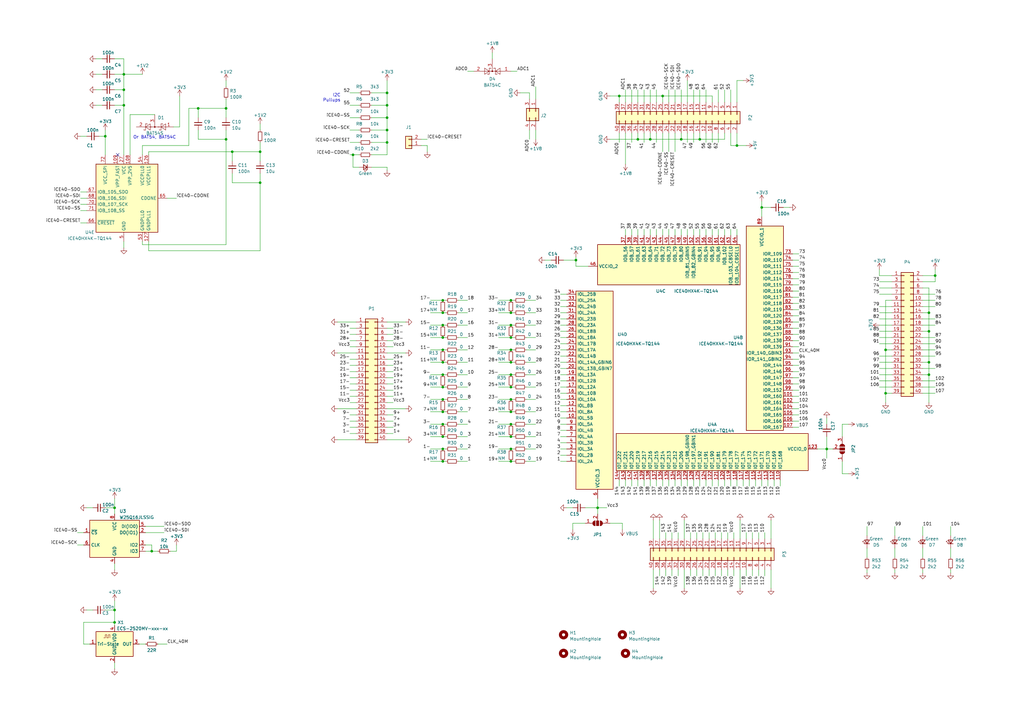
<source format=kicad_sch>
(kicad_sch (version 20230121) (generator eeschema)
  (paper "A3")
  (junction (at 266.7 57.15))
  (junction (at 50.8 30.48))
  (junction (at 158.75 38.1))
  (junction (at 181.61 189.23))
  (junction (at 181.61 184.15))
  (junction (at 50.8 36.83))
  (junction (at 381 148.59))
  (junction (at 181.61 143.51))
  (junction (at 209.55 143.51))
  (junction (at 46.99 250.19))
  (junction (at 46.99 208.28))
  (junction (at 209.55 168.91))
  (junction (at 181.61 148.59))
  (junction (at 381 128.27))
  (junction (at 245.11 208.28))
  (junction (at 46.99 255.27))
  (junction (at 158.75 53.34))
  (junction (at 279.4 57.15))
  (junction (at 181.61 163.83))
  (junction (at 363.22 143.51))
  (junction (at 209.55 133.35))
  (junction (at 158.75 58.42))
  (junction (at 158.75 48.26))
  (junction (at 50.8 43.18))
  (junction (at 209.55 189.23))
  (junction (at 181.61 133.35))
  (junction (at 312.42 85.09))
  (junction (at 209.55 128.27))
  (junction (at 181.61 158.75))
  (junction (at 261.62 57.15))
  (junction (at 181.61 179.07))
  (junction (at 254 39.37))
  (junction (at 181.61 168.91))
  (junction (at 181.61 128.27))
  (junction (at 92.71 57.15))
  (junction (at 383.54 113.03))
  (junction (at 339.09 184.15))
  (junction (at 209.55 179.07))
  (junction (at 209.55 153.67))
  (junction (at 92.71 44.45))
  (junction (at 236.22 106.68))
  (junction (at 144.78 63.5))
  (junction (at 381 153.67))
  (junction (at 106.68 74.93))
  (junction (at 81.28 44.45))
  (junction (at 209.55 163.83))
  (junction (at 158.75 43.18))
  (junction (at 271.78 39.37))
  (junction (at 209.55 184.15))
  (junction (at 209.55 123.19))
  (junction (at 363.22 161.29))
  (junction (at 209.55 138.43))
  (junction (at 181.61 173.99))
  (junction (at 106.68 62.23))
  (junction (at 181.61 138.43))
  (junction (at 381 135.89))
  (junction (at 181.61 153.67))
  (junction (at 62.23 226.06))
  (junction (at 287.02 57.15))
  (junction (at 209.55 173.99))
  (junction (at 43.18 55.88))
  (junction (at 95.25 62.23))
  (junction (at 209.55 148.59))
  (junction (at 302.26 59.69))
  (junction (at 209.55 158.75))
  (junction (at 181.61 123.19))
  (no_connect (at 48.26 63.5))
  (wire (pts (xy 345.44 179.07) (xy 345.44 173.99)))
  (wire (pts (xy 215.9 184.15) (xy 219.71 184.15)))
  (wire (pts (xy 158.75 58.42) (xy 158.75 53.34)))
  (wire (pts (xy 176.53 163.83) (xy 181.61 163.83)))
  (wire (pts (xy 307.34 199.39) (xy 307.34 196.85)))
  (wire (pts (xy 229.87 186.69) (xy 232.41 186.69)))
  (wire (pts (xy 187.96 123.19) (xy 191.77 123.19)))
  (wire (pts (xy 161.29 147.32) (xy 158.75 147.32)))
  (wire (pts (xy 81.28 57.15) (xy 92.71 57.15)))
  (wire (pts (xy 58.42 30.48) (xy 50.8 30.48)))
  (wire (pts (xy 360.68 158.75) (xy 365.76 158.75)))
  (wire (pts (xy 327.66 129.54) (xy 325.12 129.54)))
  (wire (pts (xy 50.8 63.5) (xy 50.8 43.18)))
  (wire (pts (xy 378.46 151.13) (xy 383.54 151.13)))
  (wire (pts (xy 302.26 33.02) (xy 302.26 41.91)))
  (wire (pts (xy 161.29 170.18) (xy 158.75 170.18)))
  (wire (pts (xy 269.24 41.91) (xy 269.24 36.83)))
  (wire (pts (xy 259.08 54.61) (xy 259.08 58.42)))
  (wire (pts (xy 209.55 189.23) (xy 210.82 189.23)))
  (wire (pts (xy 316.23 220.98) (xy 316.23 213.36)))
  (wire (pts (xy 236.22 106.68) (xy 236.22 109.22)))
  (wire (pts (xy 297.18 57.15) (xy 287.02 57.15)))
  (wire (pts (xy 46.99 271.78) (xy 46.99 274.32)))
  (wire (pts (xy 327.66 162.56) (xy 325.12 162.56)))
  (wire (pts (xy 215.9 133.35) (xy 219.71 133.35)))
  (wire (pts (xy 60.96 62.23) (xy 95.25 62.23)))
  (wire (pts (xy 217.17 53.34) (xy 217.17 57.15)))
  (wire (pts (xy 266.7 199.39) (xy 266.7 196.85)))
  (wire (pts (xy 327.66 152.4) (xy 325.12 152.4)))
  (wire (pts (xy 264.16 54.61) (xy 264.16 58.42)))
  (wire (pts (xy 50.8 43.18) (xy 46.99 43.18)))
  (wire (pts (xy 327.66 154.94) (xy 325.12 154.94)))
  (wire (pts (xy 341.63 184.15) (xy 339.09 184.15)))
  (wire (pts (xy 279.4 41.91) (xy 279.4 36.83)))
  (wire (pts (xy 229.87 130.81) (xy 232.41 130.81)))
  (wire (pts (xy 339.09 173.99) (xy 339.09 171.45)))
  (wire (pts (xy 236.22 109.22) (xy 241.3 109.22)))
  (wire (pts (xy 181.61 168.91) (xy 182.88 168.91)))
  (wire (pts (xy 271.78 39.37) (xy 271.78 41.91)))
  (wire (pts (xy 281.94 33.02) (xy 281.94 41.91)))
  (wire (pts (xy 378.46 161.29) (xy 383.54 161.29)))
  (wire (pts (xy 209.55 163.83) (xy 210.82 163.83)))
  (wire (pts (xy 161.29 175.26) (xy 158.75 175.26)))
  (wire (pts (xy 266.7 93.98) (xy 266.7 96.52)))
  (wire (pts (xy 209.55 153.67) (xy 210.82 153.67)))
  (wire (pts (xy 229.87 163.83) (xy 232.41 163.83)))
  (wire (pts (xy 275.59 233.68) (xy 275.59 236.22)))
  (wire (pts (xy 63.5 46.99) (xy 53.34 46.99)))
  (wire (pts (xy 158.75 33.02) (xy 158.75 38.1)))
  (wire (pts (xy 143.51 58.42) (xy 147.32 58.42)))
  (wire (pts (xy 166.37 180.34) (xy 158.75 180.34)))
  (wire (pts (xy 204.47 158.75) (xy 209.55 158.75)))
  (wire (pts (xy 360.68 128.27) (xy 365.76 128.27)))
  (wire (pts (xy 215.9 163.83) (xy 219.71 163.83)))
  (wire (pts (xy 158.75 63.5) (xy 158.75 58.42)))
  (wire (pts (xy 327.66 132.08) (xy 325.12 132.08)))
  (wire (pts (xy 327.66 127) (xy 325.12 127)))
  (wire (pts (xy 383.54 110.49) (xy 383.54 113.03)))
  (wire (pts (xy 204.47 163.83) (xy 209.55 163.83)))
  (wire (pts (xy 161.29 154.94) (xy 158.75 154.94)))
  (wire (pts (xy 143.51 152.4) (xy 146.05 152.4)))
  (wire (pts (xy 215.9 179.07) (xy 219.71 179.07)))
  (wire (pts (xy 204.47 184.15) (xy 209.55 184.15)))
  (wire (pts (xy 219.71 35.56) (xy 219.71 40.64)))
  (wire (pts (xy 152.4 38.1) (xy 158.75 38.1)))
  (wire (pts (xy 215.9 168.91) (xy 219.71 168.91)))
  (wire (pts (xy 176.53 133.35) (xy 181.61 133.35)))
  (wire (pts (xy 302.26 33.02) (xy 304.8 33.02)))
  (wire (pts (xy 229.87 148.59) (xy 232.41 148.59)))
  (wire (pts (xy 143.51 157.48) (xy 146.05 157.48)))
  (wire (pts (xy 204.47 173.99) (xy 209.55 173.99)))
  (wire (pts (xy 181.61 163.83) (xy 182.88 163.83)))
  (wire (pts (xy 226.06 106.68) (xy 223.52 106.68)))
  (wire (pts (xy 204.47 143.51) (xy 209.55 143.51)))
  (wire (pts (xy 327.66 144.78) (xy 325.12 144.78)))
  (wire (pts (xy 229.87 153.67) (xy 232.41 153.67)))
  (wire (pts (xy 381 148.59) (xy 378.46 148.59)))
  (wire (pts (xy 33.02 86.36) (xy 35.56 86.36)))
  (wire (pts (xy 58.42 63.5) (xy 58.42 59.69)))
  (wire (pts (xy 306.07 59.69) (xy 302.26 59.69)))
  (wire (pts (xy 38.1 250.19) (xy 35.56 250.19)))
  (wire (pts (xy 355.6 215.9) (xy 355.6 219.71)))
  (wire (pts (xy 360.68 113.03) (xy 365.76 113.03)))
  (wire (pts (xy 229.87 125.73) (xy 232.41 125.73)))
  (wire (pts (xy 187.96 173.99) (xy 191.77 173.99)))
  (wire (pts (xy 33.02 83.82) (xy 35.56 83.82)))
  (wire (pts (xy 234.95 208.28) (xy 232.41 208.28)))
  (wire (pts (xy 378.46 233.68) (xy 378.46 234.95)))
  (wire (pts (xy 327.66 121.92) (xy 325.12 121.92)))
  (wire (pts (xy 229.87 138.43) (xy 232.41 138.43)))
  (wire (pts (xy 284.48 36.83) (xy 284.48 41.91)))
  (wire (pts (xy 313.69 218.44) (xy 313.69 220.98)))
  (wire (pts (xy 271.78 199.39) (xy 271.78 196.85)))
  (wire (pts (xy 378.46 130.81) (xy 383.54 130.81)))
  (wire (pts (xy 256.54 36.83) (xy 256.54 41.91)))
  (wire (pts (xy 181.61 153.67) (xy 182.88 153.67)))
  (wire (pts (xy 69.85 226.06) (xy 72.39 226.06)))
  (wire (pts (xy 217.17 38.1) (xy 217.17 40.64)))
  (wire (pts (xy 187.96 138.43) (xy 191.77 138.43)))
  (wire (pts (xy 266.7 57.15) (xy 266.7 54.61)))
  (wire (pts (xy 259.08 93.98) (xy 259.08 96.52)))
  (wire (pts (xy 383.54 113.03) (xy 383.54 115.57)))
  (wire (pts (xy 209.55 184.15) (xy 210.82 184.15)))
  (wire (pts (xy 77.47 59.69) (xy 58.42 59.69)))
  (wire (pts (xy 143.51 165.1) (xy 146.05 165.1)))
  (wire (pts (xy 72.39 223.52) (xy 72.39 226.06)))
  (wire (pts (xy 294.64 199.39) (xy 294.64 196.85)))
  (wire (pts (xy 59.69 223.52) (xy 62.23 223.52)))
  (wire (pts (xy 313.69 236.22) (xy 313.69 233.68)))
  (wire (pts (xy 34.29 255.27) (xy 46.99 255.27)))
  (wire (pts (xy 33.02 81.28) (xy 35.56 81.28)))
  (wire (pts (xy 138.43 132.08) (xy 146.05 132.08)))
  (wire (pts (xy 312.42 199.39) (xy 312.42 196.85)))
  (wire (pts (xy 43.18 53.34) (xy 43.18 55.88)))
  (wire (pts (xy 176.53 158.75) (xy 181.61 158.75)))
  (wire (pts (xy 293.37 236.22) (xy 293.37 233.68)))
  (wire (pts (xy 278.13 233.68) (xy 278.13 236.22)))
  (wire (pts (xy 383.54 113.03) (xy 378.46 113.03)))
  (wire (pts (xy 204.47 153.67) (xy 209.55 153.67)))
  (wire (pts (xy 254 39.37) (xy 250.19 39.37)))
  (wire (pts (xy 327.66 160.02) (xy 325.12 160.02)))
  (wire (pts (xy 58.42 99.06) (xy 58.42 100.33)))
  (wire (pts (xy 360.68 151.13) (xy 365.76 151.13)))
  (wire (pts (xy 294.64 36.83) (xy 294.64 41.91)))
  (wire (pts (xy 187.96 163.83) (xy 191.77 163.83)))
  (wire (pts (xy 43.18 55.88) (xy 40.64 55.88)))
  (wire (pts (xy 261.62 41.91) (xy 261.62 36.83)))
  (wire (pts (xy 43.18 55.88) (xy 43.18 63.5)))
  (wire (pts (xy 143.51 172.72) (xy 146.05 172.72)))
  (wire (pts (xy 299.72 199.39) (xy 299.72 196.85)))
  (wire (pts (xy 378.46 224.79) (xy 378.46 228.6)))
  (wire (pts (xy 215.9 138.43) (xy 219.71 138.43)))
  (wire (pts (xy 152.4 63.5) (xy 158.75 63.5)))
  (wire (pts (xy 187.96 179.07) (xy 191.77 179.07)))
  (wire (pts (xy 327.66 175.26) (xy 325.12 175.26)))
  (wire (pts (xy 181.61 158.75) (xy 182.88 158.75)))
  (wire (pts (xy 365.76 146.05) (xy 360.68 146.05)))
  (wire (pts (xy 378.46 133.35) (xy 383.54 133.35)))
  (wire (pts (xy 363.22 161.29) (xy 363.22 165.1)))
  (wire (pts (xy 267.97 233.68) (xy 267.97 241.3)))
  (wire (pts (xy 176.53 138.43) (xy 181.61 138.43)))
  (wire (pts (xy 287.02 36.83) (xy 287.02 41.91)))
  (wire (pts (xy 327.66 165.1) (xy 325.12 165.1)))
  (wire (pts (xy 73.66 39.37) (xy 73.66 52.07)))
  (wire (pts (xy 261.62 57.15) (xy 250.19 57.15)))
  (wire (pts (xy 60.96 102.87) (xy 106.68 102.87)))
  (wire (pts (xy 378.46 120.65) (xy 383.54 120.65)))
  (wire (pts (xy 215.9 143.51) (xy 219.71 143.51)))
  (wire (pts (xy 152.4 68.58) (xy 158.75 68.58)))
  (wire (pts (xy 143.51 134.62) (xy 146.05 134.62)))
  (wire (pts (xy 327.66 137.16) (xy 325.12 137.16)))
  (wire (pts (xy 255.27 214.63) (xy 255.27 217.17)))
  (wire (pts (xy 60.96 99.06) (xy 60.96 102.87)))
  (wire (pts (xy 215.9 128.27) (xy 219.71 128.27)))
  (wire (pts (xy 327.66 142.24) (xy 325.12 142.24)))
  (wire (pts (xy 294.64 93.98) (xy 294.64 96.52)))
  (wire (pts (xy 81.28 44.45) (xy 92.71 44.45)))
  (wire (pts (xy 209.55 179.07) (xy 210.82 179.07)))
  (wire (pts (xy 143.51 170.18) (xy 146.05 170.18)))
  (wire (pts (xy 143.51 139.7) (xy 146.05 139.7)))
  (wire (pts (xy 312.42 82.55) (xy 312.42 85.09)))
  (wire (pts (xy 181.61 173.99) (xy 182.88 173.99)))
  (wire (pts (xy 143.51 43.18) (xy 147.32 43.18)))
  (wire (pts (xy 204.47 179.07) (xy 209.55 179.07)))
  (wire (pts (xy 181.61 123.19) (xy 182.88 123.19)))
  (wire (pts (xy 143.51 149.86) (xy 146.05 149.86)))
  (wire (pts (xy 191.77 29.21) (xy 194.31 29.21)))
  (wire (pts (xy 161.29 172.72) (xy 158.75 172.72)))
  (wire (pts (xy 281.94 54.61) (xy 281.94 58.42)))
  (wire (pts (xy 176.53 184.15) (xy 181.61 184.15)))
  (wire (pts (xy 175.26 59.69) (xy 175.26 62.23)))
  (wire (pts (xy 292.1 39.37) (xy 271.78 39.37)))
  (wire (pts (xy 285.75 218.44) (xy 285.75 220.98)))
  (wire (pts (xy 187.96 189.23) (xy 191.77 189.23)))
  (wire (pts (xy 299.72 93.98) (xy 299.72 96.52)))
  (wire (pts (xy 31.75 223.52) (xy 34.29 223.52)))
  (wire (pts (xy 181.61 179.07) (xy 182.88 179.07)))
  (wire (pts (xy 327.66 124.46) (xy 325.12 124.46)))
  (wire (pts (xy 33.02 91.44) (xy 35.56 91.44)))
  (wire (pts (xy 317.5 199.39) (xy 317.5 196.85)))
  (wire (pts (xy 327.66 109.22) (xy 325.12 109.22)))
  (wire (pts (xy 378.46 125.73) (xy 383.54 125.73)))
  (wire (pts (xy 106.68 74.93) (xy 95.25 74.93)))
  (wire (pts (xy 327.66 172.72) (xy 325.12 172.72)))
  (wire (pts (xy 303.53 233.68) (xy 303.53 241.3)))
  (wire (pts (xy 181.61 184.15) (xy 182.88 184.15)))
  (wire (pts (xy 68.58 81.28) (xy 72.39 81.28)))
  (wire (pts (xy 360.68 148.59) (xy 365.76 148.59)))
  (wire (pts (xy 143.51 177.8) (xy 146.05 177.8)))
  (wire (pts (xy 381 153.67) (xy 378.46 153.67)))
  (wire (pts (xy 176.53 153.67) (xy 181.61 153.67)))
  (wire (pts (xy 298.45 218.44) (xy 298.45 220.98)))
  (wire (pts (xy 229.87 161.29) (xy 232.41 161.29)))
  (wire (pts (xy 327.66 134.62) (xy 325.12 134.62)))
  (wire (pts (xy 166.37 132.08) (xy 158.75 132.08)))
  (wire (pts (xy 320.04 199.39) (xy 320.04 196.85)))
  (wire (pts (xy 363.22 123.19) (xy 365.76 123.19)))
  (wire (pts (xy 276.86 54.61) (xy 276.86 62.23)))
  (wire (pts (xy 294.64 54.61) (xy 294.64 58.42)))
  (wire (pts (xy 143.51 63.5) (xy 144.78 63.5)))
  (wire (pts (xy 158.75 43.18) (xy 158.75 48.26)))
  (wire (pts (xy 215.9 123.19) (xy 219.71 123.19)))
  (wire (pts (xy 267.97 213.36) (xy 267.97 220.98)))
  (wire (pts (xy 92.71 33.02) (xy 92.71 35.56)))
  (wire (pts (xy 106.68 74.93) (xy 106.68 102.87)))
  (wire (pts (xy 46.99 255.27) (xy 46.99 256.54)))
  (wire (pts (xy 327.66 111.76) (xy 325.12 111.76)))
  (wire (pts (xy 264.16 199.39) (xy 264.16 196.85)))
  (wire (pts (xy 176.53 143.51) (xy 181.61 143.51)))
  (wire (pts (xy 143.51 147.32) (xy 146.05 147.32)))
  (wire (pts (xy 229.87 135.89) (xy 232.41 135.89)))
  (wire (pts (xy 219.71 53.34) (xy 219.71 57.15)))
  (wire (pts (xy 264.16 93.98) (xy 264.16 96.52)))
  (wire (pts (xy 365.76 135.89) (xy 360.68 135.89)))
  (wire (pts (xy 106.68 58.42) (xy 106.68 62.23)))
  (wire (pts (xy 308.61 218.44) (xy 308.61 220.98)))
  (wire (pts (xy 327.66 116.84) (xy 325.12 116.84)))
  (wire (pts (xy 287.02 57.15) (xy 287.02 54.61)))
  (wire (pts (xy 201.93 21.59) (xy 201.93 24.13)))
  (wire (pts (xy 347.98 194.31) (xy 345.44 194.31)))
  (wire (pts (xy 229.87 176.53) (xy 232.41 176.53)))
  (wire (pts (xy 229.87 123.19) (xy 232.41 123.19)))
  (wire (pts (xy 279.4 57.15) (xy 279.4 54.61)))
  (wire (pts (xy 50.8 99.06) (xy 50.8 101.6)))
  (wire (pts (xy 158.75 53.34) (xy 158.75 48.26)))
  (wire (pts (xy 283.21 218.44) (xy 283.21 220.98)))
  (wire (pts (xy 229.87 171.45) (xy 232.41 171.45)))
  (wire (pts (xy 50.8 24.13) (xy 46.99 24.13)))
  (wire (pts (xy 360.68 140.97) (xy 365.76 140.97)))
  (wire (pts (xy 204.47 128.27) (xy 209.55 128.27)))
  (wire (pts (xy 229.87 133.35) (xy 232.41 133.35)))
  (wire (pts (xy 289.56 41.91) (xy 289.56 36.83)))
  (wire (pts (xy 213.36 38.1) (xy 217.17 38.1)))
  (wire (pts (xy 281.94 199.39) (xy 281.94 196.85)))
  (wire (pts (xy 43.18 250.19) (xy 46.99 250.19)))
  (wire (pts (xy 161.29 134.62) (xy 158.75 134.62)))
  (wire (pts (xy 279.4 199.39) (xy 279.4 196.85)))
  (wire (pts (xy 95.25 62.23) (xy 106.68 62.23)))
  (wire (pts (xy 181.61 189.23) (xy 182.88 189.23)))
  (wire (pts (xy 152.4 48.26) (xy 158.75 48.26)))
  (wire (pts (xy 312.42 85.09) (xy 316.23 85.09)))
  (wire (pts (xy 46.99 210.82) (xy 46.99 208.28)))
  (wire (pts (xy 274.32 199.39) (xy 274.32 196.85)))
  (wire (pts (xy 36.83 264.16) (xy 34.29 264.16)))
  (wire (pts (xy 289.56 93.98) (xy 289.56 96.52)))
  (wire (pts (xy 158.75 165.1) (xy 161.29 165.1)))
  (wire (pts (xy 181.61 143.51) (xy 182.88 143.51)))
  (wire (pts (xy 209.55 133.35) (xy 210.82 133.35)))
  (wire (pts (xy 187.96 128.27) (xy 191.77 128.27)))
  (wire (pts (xy 292.1 39.37) (xy 292.1 41.91)))
  (wire (pts (xy 269.24 54.61) (xy 269.24 58.42)))
  (wire (pts (xy 273.05 233.68) (xy 273.05 236.22)))
  (wire (pts (xy 327.66 147.32) (xy 325.12 147.32)))
  (wire (pts (xy 378.46 156.21) (xy 383.54 156.21)))
  (wire (pts (xy 41.91 24.13) (xy 39.37 24.13)))
  (wire (pts (xy 297.18 57.15) (xy 297.18 54.61)))
  (wire (pts (xy 327.66 170.18) (xy 325.12 170.18)))
  (wire (pts (xy 360.68 118.11) (xy 365.76 118.11)))
  (wire (pts (xy 360.68 113.03) (xy 360.68 110.49)))
  (wire (pts (xy 229.87 128.27) (xy 232.41 128.27)))
  (wire (pts (xy 161.29 152.4) (xy 158.75 152.4)))
  (wire (pts (xy 152.4 43.18) (xy 158.75 43.18)))
  (wire (pts (xy 309.88 199.39) (xy 309.88 196.85)))
  (wire (pts (xy 92.71 40.64) (xy 92.71 44.45)))
  (wire (pts (xy 245.11 208.28) (xy 248.92 208.28)))
  (wire (pts (xy 360.68 156.21) (xy 365.76 156.21)))
  (wire (pts (xy 229.87 181.61) (xy 232.41 181.61)))
  (wire (pts (xy 292.1 199.39) (xy 292.1 196.85)))
  (wire (pts (xy 259.08 36.83) (xy 259.08 41.91)))
  (wire (pts (xy 270.51 236.22) (xy 270.51 233.68)))
  (wire (pts (xy 215.9 173.99) (xy 219.71 173.99)))
  (wire (pts (xy 236.22 106.68) (xy 231.14 106.68)))
  (wire (pts (xy 60.96 63.5) (xy 60.96 62.23)))
  (wire (pts (xy 261.62 93.98) (xy 261.62 96.52)))
  (wire (pts (xy 229.87 184.15) (xy 232.41 184.15)))
  (wire (pts (xy 106.68 71.12) (xy 106.68 74.93)))
  (wire (pts (xy 143.51 38.1) (xy 147.32 38.1)))
  (wire (pts (xy 138.43 180.34) (xy 146.05 180.34)))
  (wire (pts (xy 306.07 236.22) (xy 306.07 233.68)))
  (wire (pts (xy 360.68 138.43) (xy 365.76 138.43)))
  (wire (pts (xy 33.02 78.74) (xy 35.56 78.74)))
  (wire (pts (xy 289.56 199.39) (xy 289.56 196.85)))
  (wire (pts (xy 144.78 68.58) (xy 144.78 63.5)))
  (wire (pts (xy 378.46 158.75) (xy 383.54 158.75)))
  (wire (pts (xy 274.32 36.83) (xy 274.32 41.91)))
  (wire (pts (xy 229.87 179.07) (xy 232.41 179.07)))
  (wire (pts (xy 81.28 53.34) (xy 81.28 57.15)))
  (wire (pts (xy 284.48 199.39) (xy 284.48 196.85)))
  (wire (pts (xy 389.89 233.68) (xy 389.89 234.95)))
  (wire (pts (xy 229.87 173.99) (xy 232.41 173.99)))
  (wire (pts (xy 176.53 123.19) (xy 181.61 123.19)))
  (wire (pts (xy 172.72 57.15) (xy 175.26 57.15)))
  (wire (pts (xy 181.61 148.59) (xy 182.88 148.59)))
  (wire (pts (xy 295.91 236.22) (xy 295.91 233.68)))
  (wire (pts (xy 138.43 144.78) (xy 146.05 144.78)))
  (wire (pts (xy 229.87 156.21) (xy 232.41 156.21)))
  (wire (pts (xy 92.71 53.34) (xy 92.71 57.15)))
  (wire (pts (xy 389.89 215.9) (xy 389.89 219.71)))
  (wire (pts (xy 143.51 53.34) (xy 147.32 53.34)))
  (wire (pts (xy 143.51 48.26) (xy 147.32 48.26)))
  (wire (pts (xy 273.05 218.44) (xy 273.05 220.98)))
  (wire (pts (xy 312.42 85.09) (xy 312.42 88.9)))
  (wire (pts (xy 327.66 167.64) (xy 325.12 167.64)))
  (wire (pts (xy 367.03 215.9) (xy 367.03 219.71)))
  (wire (pts (xy 378.46 215.9) (xy 378.46 219.71)))
  (wire (pts (xy 266.7 36.83) (xy 266.7 41.91)))
  (wire (pts (xy 209.55 29.21) (xy 212.09 29.21)))
  (wire (pts (xy 138.43 167.64) (xy 146.05 167.64)))
  (wire (pts (xy 147.32 68.58) (xy 144.78 68.58)))
  (wire (pts (xy 62.23 223.52) (xy 62.23 226.06)))
  (wire (pts (xy 256.54 199.39) (xy 256.54 196.85)))
  (wire (pts (xy 41.91 43.18) (xy 39.37 43.18)))
  (wire (pts (xy 378.46 146.05) (xy 383.54 146.05)))
  (wire (pts (xy 280.67 233.68) (xy 280.67 241.3)))
  (wire (pts (xy 300.99 233.68) (xy 300.99 236.22)))
  (wire (pts (xy 381 135.89) (xy 381 148.59)))
  (wire (pts (xy 283.21 233.68) (xy 283.21 236.22)))
  (wire (pts (xy 297.18 199.39) (xy 297.18 196.85)))
  (wire (pts (xy 209.55 173.99) (xy 210.82 173.99)))
  (wire (pts (xy 274.32 54.61) (xy 274.32 62.23)))
  (wire (pts (xy 288.29 236.22) (xy 288.29 233.68)))
  (wire (pts (xy 275.59 218.44) (xy 275.59 220.98)))
  (wire (pts (xy 161.29 160.02) (xy 158.75 160.02)))
  (wire (pts (xy 339.09 184.15) (xy 339.09 179.07)))
  (wire (pts (xy 181.61 133.35) (xy 182.88 133.35)))
  (wire (pts (xy 181.61 128.27) (xy 182.88 128.27)))
  (wire (pts (xy 95.25 71.12) (xy 95.25 74.93)))
  (wire (pts (xy 290.83 218.44) (xy 290.83 220.98)))
  (wire (pts (xy 229.87 166.37) (xy 232.41 166.37)))
  (wire (pts (xy 304.8 199.39) (xy 304.8 196.85)))
  (wire (pts (xy 365.76 125.73) (xy 360.68 125.73)))
  (wire (pts (xy 302.26 59.69) (xy 299.72 59.69)))
  (wire (pts (xy 378.46 123.19) (xy 383.54 123.19)))
  (wire (pts (xy 215.9 189.23) (xy 219.71 189.23)))
  (wire (pts (xy 360.68 120.65) (xy 365.76 120.65)))
  (wire (pts (xy 106.68 62.23) (xy 106.68 66.04)))
  (wire (pts (xy 158.75 142.24) (xy 161.29 142.24)))
  (wire (pts (xy 59.69 226.06) (xy 62.23 226.06)))
  (wire (pts (xy 365.76 153.67) (xy 360.68 153.67)))
  (wire (pts (xy 381 118.11) (xy 378.46 118.11)))
  (wire (pts (xy 256.54 93.98) (xy 256.54 96.52)))
  (wire (pts (xy 266.7 57.15) (xy 261.62 57.15)))
  (wire (pts (xy 245.11 208.28) (xy 245.11 204.47)))
  (wire (pts (xy 46.99 246.38) (xy 46.99 250.19)))
  (wire (pts (xy 287.02 57.15) (xy 279.4 57.15)))
  (wire (pts (xy 327.66 157.48) (xy 325.12 157.48)))
  (wire (pts (xy 209.55 168.91) (xy 210.82 168.91)))
  (wire (pts (xy 279.4 93.98) (xy 279.4 96.52)))
  (wire (pts (xy 209.55 123.19) (xy 210.82 123.19)))
  (wire (pts (xy 143.51 154.94) (xy 146.05 154.94)))
  (wire (pts (xy 256.54 54.61) (xy 256.54 67.31)))
  (wire (pts (xy 229.87 120.65) (xy 232.41 120.65)))
  (wire (pts (xy 204.47 138.43) (xy 209.55 138.43)))
  (wire (pts (xy 59.69 218.44) (xy 67.31 218.44)))
  (wire (pts (xy 62.23 226.06) (xy 64.77 226.06)))
  (wire (pts (xy 92.71 57.15) (xy 92.71 100.33)))
  (wire (pts (xy 285.75 236.22) (xy 285.75 233.68)))
  (wire (pts (xy 378.46 143.51) (xy 383.54 143.51)))
  (wire (pts (xy 297.18 93.98) (xy 297.18 96.52)))
  (wire (pts (xy 254 54.61) (xy 254 58.42)))
  (wire (pts (xy 254 199.39) (xy 254 196.85)))
  (wire (pts (xy 381 128.27) (xy 378.46 128.27)))
  (wire (pts (xy 161.29 139.7) (xy 158.75 139.7)))
  (wire (pts (xy 204.47 168.91) (xy 209.55 168.91)))
  (wire (pts (xy 378.46 138.43) (xy 383.54 138.43)))
  (wire (pts (xy 300.99 218.44) (xy 300.99 220.98)))
  (wire (pts (xy 187.96 133.35) (xy 191.77 133.35)))
  (wire (pts (xy 327.66 119.38) (xy 325.12 119.38)))
  (wire (pts (xy 245.11 210.82) (xy 245.11 208.28)))
  (wire (pts (xy 383.54 115.57) (xy 378.46 115.57)))
  (wire (pts (xy 363.22 123.19) (xy 363.22 143.51)))
  (wire (pts (xy 58.42 100.33) (xy 92.71 100.33)))
  (wire (pts (xy 71.12 52.07) (xy 73.66 52.07)))
  (wire (pts (xy 176.53 189.23) (xy 181.61 189.23)))
  (wire (pts (xy 46.99 250.19) (xy 46.99 255.27)))
  (wire (pts (xy 299.72 59.69) (xy 299.72 54.61)))
  (wire (pts (xy 143.51 162.56) (xy 146.05 162.56)))
  (wire (pts (xy 59.69 215.9) (xy 67.31 215.9)))
  (wire (pts (xy 327.66 149.86) (xy 325.12 149.86)))
  (wire (pts (xy 269.24 199.39) (xy 269.24 196.85)))
  (wire (pts (xy 152.4 53.34) (xy 158.75 53.34)))
  (wire (pts (xy 355.6 233.68) (xy 355.6 234.95)))
  (wire (pts (xy 288.29 218.44) (xy 288.29 220.98)))
  (wire (pts (xy 53.34 46.99) (xy 53.34 63.5)))
  (wire (pts (xy 161.29 149.86) (xy 158.75 149.86)))
  (wire (pts (xy 215.9 158.75) (xy 219.71 158.75)))
  (wire (pts (xy 234.95 217.17) (xy 234.95 214.63)))
  (wire (pts (xy 290.83 236.22) (xy 290.83 233.68)))
  (wire (pts (xy 261.62 57.15) (xy 261.62 54.61)))
  (wire (pts (xy 389.89 224.79) (xy 389.89 228.6)))
  (wire (pts (xy 287.02 93.98) (xy 287.02 96.52)))
  (wire (pts (xy 46.99 231.14) (xy 46.99 233.68)))
  (wire (pts (xy 281.94 93.98) (xy 281.94 96.52)))
  (wire (pts (xy 284.48 93.98) (xy 284.48 96.52)))
  (wire (pts (xy 276.86 93.98) (xy 276.86 96.52)))
  (wire (pts (xy 381 118.11) (xy 381 128.27)))
  (wire (pts (xy 302.26 59.69) (xy 302.26 54.61)))
  (wire (pts (xy 287.02 199.39) (xy 287.02 196.85)))
  (wire (pts (xy 95.25 62.23) (xy 95.25 66.04)))
  (wire (pts (xy 143.51 160.02) (xy 146.05 160.02)))
  (wire (pts (xy 292.1 93.98) (xy 292.1 96.52)))
  (wire (pts (xy 339.09 184.15) (xy 339.09 187.96)))
  (wire (pts (xy 271.78 54.61) (xy 271.78 62.23)))
  (wire (pts (xy 345.44 194.31) (xy 345.44 189.23)))
  (wire (pts (xy 181.61 138.43) (xy 182.88 138.43)))
  (wire (pts (xy 166.37 167.64) (xy 158.75 167.64)))
  (wire (pts (xy 187.96 143.51) (xy 191.77 143.51)))
  (wire (pts (xy 50.8 30.48) (xy 50.8 36.83)))
  (wire (pts (xy 209.55 128.27) (xy 210.82 128.27)))
  (wire (pts (xy 299.72 41.91) (xy 299.72 36.83)))
  (wire (pts (xy 143.51 142.24) (xy 146.05 142.24)))
  (wire (pts (xy 158.75 38.1) (xy 158.75 43.18)))
  (wire (pts (xy 215.9 148.59) (xy 219.71 148.59)))
  (wire (pts (xy 209.55 138.43) (xy 210.82 138.43)))
  (wire (pts (xy 381 148.59) (xy 381 153.67)))
  (wire (pts (xy 50.8 36.83) (xy 50.8 43.18)))
  (wire (pts (xy 57.15 264.16) (xy 59.69 264.16)))
  (wire (pts (xy 365.76 115.57) (xy 360.68 115.57)))
  (wire (pts (xy 261.62 199.39) (xy 261.62 196.85)))
  (wire (pts (xy 50.8 24.13) (xy 50.8 30.48)))
  (wire (pts (xy 161.29 157.48) (xy 158.75 157.48)))
  (wire (pts (xy 363.22 143.51) (xy 365.76 143.51)))
  (wire (pts (xy 327.66 114.3) (xy 325.12 114.3)))
  (wire (pts (xy 259.08 199.39) (xy 259.08 196.85)))
  (wire (pts (xy 302.26 93.98) (xy 302.26 96.52)))
  (wire (pts (xy 209.55 143.51) (xy 210.82 143.51)))
  (wire (pts (xy 303.53 213.36) (xy 303.53 220.98)))
  (wire (pts (xy 381 135.89) (xy 378.46 135.89)))
  (wire (pts (xy 215.9 153.67) (xy 219.71 153.67)))
  (wire (pts (xy 43.18 208.28) (xy 46.99 208.28)))
  (wire (pts (xy 229.87 168.91) (xy 232.41 168.91)))
  (wire (pts (xy 38.1 208.28) (xy 35.56 208.28)))
  (wire (pts (xy 302.26 199.39) (xy 302.26 196.85)))
  (wire (pts (xy 295.91 218.44) (xy 295.91 220.98)))
  (wire (pts (xy 144.78 63.5) (xy 147.32 63.5)))
  (wire (pts (xy 209.55 148.59) (xy 210.82 148.59)))
  (wire (pts (xy 298.45 236.22) (xy 298.45 233.68)))
  (wire (pts (xy 327.66 106.68) (xy 325.12 106.68)))
  (wire (pts (xy 316.23 233.68) (xy 316.23 241.3)))
  (wire (pts (xy 229.87 189.23) (xy 232.41 189.23)))
  (wire (pts (xy 41.91 30.48) (xy 39.37 30.48)))
  (wire (pts (xy 187.96 153.67) (xy 191.77 153.67)))
  (wire (pts (xy 161.29 137.16) (xy 158.75 137.16)))
  (wire (pts (xy 367.03 224.79) (xy 367.03 228.6)))
  (wire (pts (xy 187.96 158.75) (xy 191.77 158.75)))
  (wire (pts (xy 234.95 214.63) (xy 240.03 214.63)))
  (wire (pts (xy 35.56 55.88) (xy 33.02 55.88)))
  (wire (pts (xy 360.68 133.35) (xy 365.76 133.35)))
  (wire (pts (xy 92.71 44.45) (xy 92.71 48.26)))
  (wire (pts (xy 367.03 233.68) (xy 367.03 234.95)))
  (wire (pts (xy 46.99 204.47) (xy 46.99 208.28)))
  (wire (pts (xy 276.86 199.39) (xy 276.86 196.85)))
  (wire (pts (xy 204.47 148.59) (xy 209.55 148.59)))
  (wire (pts (xy 229.87 140.97) (xy 232.41 140.97)))
  (wire (pts (xy 311.15 236.22) (xy 311.15 233.68)))
  (wire (pts (xy 166.37 144.78) (xy 158.75 144.78)))
  (wire (pts (xy 187.96 184.15) (xy 191.77 184.15)))
  (wire (pts (xy 278.13 218.44) (xy 278.13 220.98)))
  (wire (pts (xy 34.29 264.16) (xy 34.29 255.27)))
  (wire (pts (xy 50.8 36.83) (xy 46.99 36.83)))
  (wire (pts (xy 236.22 105.41) (xy 236.22 106.68)))
  (wire (pts (xy 363.22 143.51) (xy 363.22 161.29)))
  (wire (pts (xy 378.46 140.97) (xy 383.54 140.97)))
  (wire (pts (xy 276.86 36.83) (xy 276.86 41.91)))
  (wire (pts (xy 339.09 184.15) (xy 335.28 184.15)))
  (wire (pts (xy 161.29 177.8) (xy 158.75 177.8)))
  (wire (pts (xy 143.51 175.26) (xy 146.05 175.26)))
  (wire (pts (xy 187.96 148.59) (xy 191.77 148.59)))
  (wire (pts (xy 209.55 158.75) (xy 210.82 158.75)))
  (wire (pts (xy 254 39.37) (xy 254 41.91)))
  (wire (pts (xy 297.18 36.83) (xy 297.18 41.91)))
  (wire (pts (xy 204.47 189.23) (xy 209.55 189.23)))
  (wire (pts (xy 271.78 39.37) (xy 254 39.37)))
  (wire (pts (xy 270.51 213.36) (xy 270.51 220.98)))
  (wire (pts (xy 161.29 162.56) (xy 158.75 162.56)))
  (wire (pts (xy 77.47 44.45) (xy 77.47 59.69)))
  (wire (pts (xy 229.87 143.51) (xy 232.41 143.51)))
  (wire (pts (xy 264.16 36.83) (xy 264.16 41.91)))
  (wire (pts (xy 306.07 218.44) (xy 306.07 220.98)))
  (wire (pts (xy 327.66 104.14) (xy 325.12 104.14)))
  (wire (pts (xy 229.87 146.05) (xy 232.41 146.05)))
  (wire (pts (xy 229.87 151.13) (xy 232.41 151.13)))
  (wire (pts (xy 314.96 199.39) (xy 314.96 196.85)))
  (wire (pts (xy 308.61 236.22) (xy 308.61 233.68)))
  (wire (pts (xy 187.96 168.91) (xy 191.77 168.91)))
  (wire (pts (xy 327.66 139.7) (xy 325.12 139.7)))
  (wire (pts (xy 229.87 158.75) (xy 232.41 158.75)))
  (wire (pts (xy 360.68 130.81) (xy 365.76 130.81)))
  (wire (pts (xy 176.53 128.27) (xy 181.61 128.27)))
  (wire (pts (xy 245.11 208.28) (xy 240.03 208.28)))
  (wire (pts (xy 50.8 30.48) (xy 46.99 30.48)))
  (wire (pts (xy 176.53 179.07) (xy 181.61 179.07)))
  (wire (pts (xy 292.1 54.61) (xy 292.1 58.42)))
  (wire (pts (xy 381 128.27) (xy 381 135.89)))
  (wire (pts (xy 293.37 218.44) (xy 293.37 220.98)))
  (wire (pts (xy 81.28 44.45) (xy 81.28 48.26)))
  (wire (pts (xy 289.56 54.61) (xy 289.56 58.42)))
  (wire (pts (xy 280.67 220.98) (xy 280.67 213.36)))
  (wire (pts (xy 204.47 133.35) (xy 209.55 133.35)))
  (wire (pts (xy 143.51 137.16) (xy 146.05 137.16)))
  (wire (pts (xy 176.53 148.59) (xy 181.61 148.59)))
  (wire (pts (xy 271.78 93.98) (xy 271.78 96.52)))
  (wire (pts (xy 274.32 93.98) (xy 274.32 96.52)))
  (wire (pts (xy 106.68 50.8) (xy 106.68 53.34)))
  (wire (pts (xy 363.22 161.29) (xy 365.76 161.29)))
  (wire (pts (xy 176.53 168.91) (xy 181.61 168.91)))
  (wire (pts (xy 158.75 68.58) (xy 158.75 69.85)))
  (wire (pts (xy 269.24 93.98) (xy 269.24 96.52)))
  (wire (pts (xy 355.6 224.79) (xy 355.6 228.6)))
  (wire (pts (xy 381 153.67) (xy 381 165.1)))
  (wire (pts (xy 321.31 85.09) (xy 323.85 85.09)))
  (wire (pts (xy 250.19 214.63) (xy 255.27 214.63)))
  (wire (pts (xy 172.72 59.69) (xy 175.26 59.69)))
  (wire (pts (xy 204.47 123.19) (xy 209.55 123.19)))
  (wire (pts (xy 345.44 173.99) (xy 347.98 173.99)))
  (wire (pts (xy 279.4 57.15) (xy 266.7 57.15)))
  (wire (pts (xy 176.53 173.99) (xy 181.61 173.99)))
  (wire (pts (xy 284.48 54.61) (xy 284.48 58.42)))
  (wire (pts (xy 41.91 36.83) (xy 39.37 36.83)))
  (wire (pts (xy 64.77 264.16) (xy 68.58 264.16)))
  (wire (pts (xy 31.75 218.44) (xy 34.29 218.44)))
  (wire (pts (xy 77.47 44.45) (xy 81.28 44.45)))
  (wire (pts (xy 152.4 58.42) (xy 158.75 58.42)))
  (wire (pts (xy 311.15 218.44) (xy 311.15 220.98)))
  (text "I2C\nPullups" (at 139.7 41.91 0) (effects (font (size 1.27 1.27)) (justify right bottom)))
  (text "Or BAT54, BAT54C" (at 54.61 57.15 0) (effects (font (size 1.27 1.27)) (justify left bottom)))
  (label "12" (at 191.77 143.51 0))
  (label "96" (at 327.66 152.4 0))
  (label "80" (at 383.54 125.73 0))
  (label "17" (at 191.77 128.27 0))
  (label "iCE40-CRESET" (at 33.02 91.44 180))
  (label "15" (at 191.77 138.43 0))
  (label "32" (at 219.71 133.35 0))
  (label "iCE40-SS" (at 31.75 218.44 180))
  (label "iCE40-CDONE" (at 72.39 81.28 0))
  (label "21-" (at 204.47 173.99 180))
  (label "18" (at 191.77 123.19 0))
  (label "99" (at 367.03 215.9 0))
  (label "97" (at 360.68 148.59 180))
  (label "79" (at 327.66 116.84 0))
  (label "119" (at 299.72 199.39 270))
  (label "21+" (at 161.29 152.4 0))
  (label "142" (at 259.08 199.39 270))
  (label "61" (at 294.64 93.98 90))
  (label "25" (at 219.71 158.75 0))
  (label "28-" (at 161.29 139.7 0))
  (label "31-" (at 204.47 133.35 180))
  (label "25+" (at 204.47 158.75 180))
  (label "21" (at 219.71 179.07 0))
  (label "iCE40-SDI" (at 67.31 218.44 0))
  (label "Vcc3" (at 161.29 165.1 0))
  (label "112" (at 313.69 236.22 270))
  (label "3-" (at 143.51 175.26 180))
  (label "24" (at 219.71 163.83 0))
  (label "105" (at 327.66 170.18 0))
  (label "Vcc3" (at 143.51 142.24 180))
  (label "29" (at 219.71 143.51 0))
  (label "45" (at 269.24 36.83 90))
  (label "38" (at 259.08 36.83 90))
  (label "106" (at 327.66 172.72 0))
  (label "33-" (at 161.29 134.62 0))
  (label "7+" (at 161.29 172.72 0))
  (label "12" (at 229.87 166.37 180))
  (label "101" (at 378.46 215.9 0))
  (label "iCE40-SCK" (at 143.51 53.34 180))
  (label "115" (at 309.88 199.39 270))
  (label "49" (at 281.94 93.98 90))
  (label "115" (at 308.61 218.44 90))
  (label "19" (at 229.87 153.67 180))
  (label "52" (at 284.48 93.98 90))
  (label "52" (at 143.51 38.1 180))
  (label "31-" (at 161.29 137.16 0))
  (label "48" (at 284.48 36.83 90))
  (label "125" (at 293.37 236.22 270))
  (label "15+" (at 176.53 138.43 180))
  (label "101" (at 360.68 153.67 180))
  (label "2" (at 191.77 184.15 0))
  (label "60" (at 292.1 93.98 90))
  (label "79" (at 360.68 125.73 180))
  (label "29" (at 229.87 130.81 180))
  (label "139" (at 275.59 236.22 270))
  (label "119" (at 298.45 218.44 90))
  (label "129" (at 281.94 199.39 270))
  (label "17+" (at 161.29 157.48 0))
  (label "34" (at 219.71 123.19 0))
  (label "98" (at 383.54 151.13 0))
  (label "7-" (at 143.51 172.72 180))
  (label "138" (at 283.21 236.22 270))
  (label "23+" (at 204.47 168.91 180))
  (label "44" (at 271.78 93.98 90))
  (label "Vcc3" (at 248.92 208.28 0))
  (label "9-" (at 143.51 170.18 180))
  (label "19" (at 219.71 189.23 0))
  (label "Vcc0" (at 339.09 187.96 270))
  (label "iCE40-CRESET" (at 276.86 62.23 270))
  (label "95" (at 383.54 146.05 0))
  (label "3+" (at 161.29 175.26 0))
  (label "114" (at 312.42 199.39 270))
  (label "20" (at 229.87 151.13 180))
  (label "ADC0" (at 254 58.42 270))
  (label "124" (at 289.56 199.39 270))
  (label "31+" (at 143.51 137.16 180))
  (label "78" (at 327.66 114.3 0))
  (label "23-" (at 204.47 163.83 180))
  (label "10" (at 229.87 171.45 180))
  (label "97" (at 355.6 215.9 0))
  (label "3-" (at 176.53 173.99 180))
  (label "81" (at 327.66 121.92 0))
  (label "32" (at 229.87 125.73 180))
  (label "7-" (at 176.53 163.83 180))
  (label "55" (at 287.02 93.98 90))
  (label "104" (at 360.68 156.21 180))
  (label "15" (at 229.87 163.83 180))
  (label "125" (at 287.02 199.39 270))
  (label "95" (at 327.66 149.86 0))
  (label "90" (at 383.54 140.97 0))
  (label "118" (at 302.26 199.39 270))
  (label "62" (at 294.64 58.42 270))
  (label "37" (at 259.08 58.42 270))
  (label "64" (at 289.56 36.83 90))
  (label "42" (at 266.7 93.98 90))
  (label "39" (at 261.62 93.98 90))
  (label "9+" (at 161.29 170.18 0))
  (label "62" (at 297.18 93.98 90))
  (label "47" (at 281.94 58.42 270))
  (label "33+" (at 204.47 128.27 180))
  (label "19+" (at 161.29 154.94 0))
  (label "129" (at 290.83 236.22 270))
  (label "120" (at 297.18 199.39 270))
  (label "74" (at 360.68 118.11 180))
  (label "85" (at 327.66 132.08 0))
  (label "47" (at 276.86 93.98 90))
  (label "88" (at 360.68 138.43 180))
  (label "138" (at 266.7 199.39 270))
  (label "iCE40-CDONE" (at 271.78 62.23 270))
  (label "28-" (at 204.47 143.51 180))
  (label "88" (at 327.66 137.16 0))
  (label "121" (at 294.64 199.39 270))
  (label "Vcc3" (at 143.51 165.1 180))
  (label "136" (at 271.78 199.39 270))
  (label "84" (at 327.66 129.54 0))
  (label "18" (at 229.87 156.21 180))
  (label "25-" (at 204.47 153.67 180))
  (label "25-" (at 143.51 147.32 180))
  (label "21-" (at 143.51 152.4 180))
  (label "45" (at 274.32 93.98 90))
  (label "Vcc3" (at 161.29 142.24 0))
  (label "84" (at 383.54 133.35 0))
  (label "87" (at 327.66 134.62 0))
  (label "76" (at 327.66 111.76 0))
  (label "9-" (at 176.53 153.67 180))
  (label "90" (at 327.66 139.7 0))
  (label "63" (at 299.72 93.98 90))
  (label "73" (at 360.68 115.57 180))
  (label "17" (at 229.87 158.75 180))
  (label "82" (at 360.68 130.81 180))
  (label "61" (at 294.64 36.83 90))
  (label "8" (at 229.87 176.53 180))
  (label "1-" (at 176.53 184.15 180))
  (label "55" (at 299.72 36.83 90))
  (label "33-" (at 204.47 123.19 180))
  (label "31+" (at 204.47 138.43 180))
  (label "iCE40-CRESET" (at 175.26 57.15 0))
  (label "7" (at 229.87 179.07 180))
  (label "97" (at 327.66 154.94 0))
  (label "96" (at 360.68 146.05 180))
  (label "17-" (at 143.51 157.48 180))
  (label "3" (at 229.87 184.15 180))
  (label "iCE40-SCK" (at 31.75 223.52 180))
  (label "83" (at 327.66 127 0))
  (label "15-" (at 176.53 133.35 180))
  (label "28" (at 229.87 133.35 180))
  (label "78" (at 383.54 123.19 0))
  (label "55" (at 143.51 43.18 180))
  (label "85" (at 360.68 135.89 180))
  (label "75" (at 327.66 109.22 0))
  (label "31" (at 219.71 138.43 0))
  (label "23+" (at 161.29 149.86 0))
  (label "11" (at 229.87 168.91 180))
  (label "ADC1" (at 219.71 35.56 90))
  (label "iCE40-SS" (at 274.32 62.23 270))
  (label "Vcc0" (at 278.13 218.44 90))
  (label "124" (at 293.37 218.44 90))
  (label "94" (at 383.54 143.51 0))
  (label "38" (at 259.08 93.98 90))
  (label "16" (at 229.87 161.29 180))
  (label "26" (at 219.71 153.67 0))
  (label "141" (at 275.59 218.44 90))
  (label "21+" (at 204.47 179.07 180))
  (label "21" (at 229.87 148.59 180))
  (label "22" (at 229.87 146.05 180))
  (label "iCE40-SDI" (at 33.02 81.28 180))
  (label "112" (at 317.5 199.39 270))
  (label "25+" (at 161.29 147.32 0))
  (label "41" (at 264.16 93.98 90))
  (label "CLK_40M" (at 327.66 144.78 0))
  (label "1+" (at 161.29 177.8 0))
  (label "107" (at 327.66 175.26 0))
  (label "91" (at 360.68 140.97 180))
  (label "134" (at 288.29 236.22 270))
  (label "144" (at 270.51 236.22 270))
  (label "20" (at 219.71 184.15 0))
  (label "110" (at 313.69 218.44 90))
  (label "114" (at 311.15 236.22 270))
  (label "11-" (at 143.51 162.56 180))
  (label "60" (at 292.1 58.42 270))
  (label "28+" (at 204.47 148.59 180))
  (label "105" (at 383.54 158.75 0))
  (label "43" (at 269.24 93.98 90))
  (label "130" (at 288.29 218.44 90))
  (label "130" (at 279.4 199.39 270))
  (label "135" (at 285.75 218.44 90))
  (label "75" (at 360.68 120.65 180))
  (label "28+" (at 143.51 139.7 180))
  (label "Vcc0" (at 278.13 236.22 270))
  (label "23" (at 219.71 168.91 0))
  (label "101" (at 327.66 162.56 0))
  (label "117" (at 306.07 218.44 90))
  (label "7" (at 191.77 168.91 0))
  (label "iCE40-CDONE" (at 143.51 63.5 180))
  (label "31" (at 229.87 128.27 180))
  (label "iCE40-SS" (at 33.02 86.36 180))
  (label "4" (at 191.77 173.99 0))
  (label "141" (at 261.62 199.39 270))
  (label "iCE40-SDO" (at 67.31 215.9 0))
  (label "136" (at 285.75 236.22 270))
  (label "8" (at 191.77 163.83 0))
  (label "22" (at 219.71 173.99 0))
  (label "144" (at 254 199.39 270))
  (label "23" (at 229.87 143.51 180))
  (label "16" (at 191.77 133.35 0))
  (label "91" (at 327.66 142.24 0))
  (label "4" (at 229.87 181.61 180))
  (label "19-" (at 143.51 154.94 180))
  (label "113" (at 314.96 199.39 270))
  (label "113" (at 311.15 218.44 90))
  (label "17-" (at 176.53 123.19 180))
  (label "52" (at 297.18 36.83 90))
  (label "56" (at 289.56 58.42 270))
  (label "15+" (at 161.29 160.02 0))
  (label "122" (at 295.91 236.22 270))
  (label "iCE40-SCK" (at 274.32 36.83 90))
  (label "9" (at 191.77 158.75 0))
  (label "128" (at 284.48 199.39 270))
  (label "33+" (at 143.51 134.62 180))
  (label "7+" (at 176.53 168.91 180))
  (label "iCE40-SS" (at 143.51 48.26 180))
  (label "139" (at 264.16 199.39 270))
  (label "44" (at 269.24 58.42 270))
  (label "83" (at 383.54 130.81 0))
  (label "120" (at 298.45 236.22 270))
  (label "37" (at 256.54 93.98 90))
  (label "1-" (at 143.51 177.8 180))
  (label "56" (at 289.56 93.98 90))
  (label "ADC0" (at 217.17 57.15 270))
  (label "1" (at 229.87 189.23 180))
  (label "104" (at 327.66 167.64 0))
  (label "Vcc0" (at 300.99 236.22 270))
  (label "19-" (at 204.47 184.15 180))
  (label "9+" (at 176.53 158.75 180))
  (label "iCE40-SDO" (at 33.02 78.74 180))
  (label "76" (at 383.54 120.65 0))
  (label "142" (at 273.05 236.22 270))
  (label "ADC1" (at 256.54 36.83 90))
  (label "Vcc0" (at 300.99 218.44 90))
  (label "1+" (at 176.53 189.23 180))
  (label "34" (at 229.87 120.65 180))
  (label "116" (at 307.34 199.39 270))
  (label "110" (at 320.04 199.39 270))
  (label "107" (at 383.54 161.29 0))
  (label "CLK_40M" (at 68.58 264.16 0))
  (label "64" (at 302.26 93.98 90))
  (label "17+" (at 176.53 128.27 180))
  (label "ADC1" (at 212.09 29.21 0))
  (label "23-" (at 143.51 149.86 180))
  (label "2" (at 229.87 186.69 180))
  (label "3" (at 191.77 179.07 0))
  (label "15-" (at 143.51 160.02 180))
  (label "41" (at 264.16 58.42 270))
  (label "11" (at 191.77 148.59 0))
  (label "10" (at 191.77 153.67 0))
  (label "43" (at 266.7 36.83 90))
  (label "28" (at 219.71 148.59 0))
  (label "33" (at 229.87 123.19 180))
  (label "87" (at 383.54 138.43 0))
  (label "106" (at 360.68 158.75 180))
  (label "82" (at 327.66 124.46 0))
  (label "11-" (at 176.53 143.51 180))
  (label "iCE40-SDO" (at 279.4 36.83 90))
  (label "iCE40-CRESET" (at 143.51 58.42 180))
  (label "49" (at 284.48 58.42 270))
  (label "143" (at 273.05 218.44 90))
  (label "81" (at 360.68 128.27 180))
  (label "102" (at 327.66 165.1 0))
  (label "99" (at 327.66 160.02 0))
  (label "80" (at 327.66 119.38 0))
  (label "63" (at 287.02 36.83 90))
  (label "121" (at 295.91 218.44 90))
  (label "137" (at 283.21 218.44 90))
  (label "134" (at 276.86 199.39 270))
  (label "3+" (at 176.53 179.07 180))
  (label "33" (at 219.71 128.27 0))
  (label "39" (at 261.62 36.83 90))
  (label "143" (at 256.54 199.39 270))
  (label "1" (at 191.77 189.23 0))
  (label "42" (at 264.16 36.83 90))
  (label "94" (at 327.66 147.32 0))
  (label "19+" (at 204.47 189.23 180))
  (label "ADC0" (at 191.77 29.21 180))
  (label "11+" (at 161.29 162.56 0))
  (label "74" (at 327.66 106.68 0))
  (label "9" (at 229.87 173.99 180))
  (label "117" (at 304.8 199.39 270))
  (label "26" (at 229.87 135.89 180))
  (label "48" (at 279.4 93.98 90))
  (label "73" (at 327.66 104.14 0))
  (label "135" (at 274.32 199.39 270))
  (label "11+" (at 176.53 148.59 180))
  (label "99" (at 360.68 151.13 180))
  (label "24" (at 229.87 140.97 180))
  (label "iCE40-SDI" (at 276.86 36.83 90))
  (label "iCE40-SCK" (at 33.02 83.82 180))
  (label "122" (at 292.1 199.39 270))
  (label "102" (at 383.54 156.21 0))
  (label "116" (at 308.61 236.22 270))
  (label "137" (at 269.24 199.39 270))
  (label "118" (at 306.07 236.22 270))
  (label "128" (at 290.83 218.44 90))
  (label "104" (at 389.89 215.9 0))
  (label "98" (at 327.66 157.48 0))
  (label "25" (at 229.87 138.43 180))
  (symbol (lib_id "Device:LED_Small") (at 355.6 222.25 90) (unit 1)
    (property "Reference" "D5" (at 359.41 223.52 90))
    (property "Value" "Green" (at 359.41 220.98 90))
    (property "Footprint" "LED_SMD:LED_0603_1608Metric" (effects hide))
    (instances (project "that_fpga_thing" (path "" (reference "D5") (unit 1))) (project "m1s-fpga-addon" (path "" (reference "D205") (unit 1))))
  )
  (symbol (lib_id "Device:R_Small") (at 185.42 143.51 270) (unit 1)
    (property "Reference" "R22" (at 185.42 140.97 90))
    (property "Value" "0" (at 189.23 142.24 90))
    (property "Footprint" "Resistor_SMD:R_0402_1005Metric" (effects hide))
    (instances (project "that_fpga_thing" (path "" (reference "R22") (unit 1))) (project "m1s-fpga-addon" (path "" (reference "R222") (unit 1))))
  )
  (symbol (lib_id "power:+3.3V") (at 312.42 82.55 0) (unit 1)
    (property "Reference" "#PWR062" (effects hide))
    (property "Value" "+3.3V" (at 312.42 78.994 0))
    (instances (project "that_fpga_thing" (path "" (reference "#PWR062") (unit 1))) (project "m1s-fpga-addon" (path "" (reference "#PWR0262") (unit 1))))
  )
  (symbol (lib_id "power:+3.3V") (at 234.95 217.17 0) (mirror x) (unit 1)
    (property "Reference" "#PWR046" (effects hide))
    (property "Value" "+3.3V" (at 234.95 220.726 0))
    (instances (project "that_fpga_thing" (path "" (reference "#PWR046") (unit 1))) (project "m1s-fpga-addon" (path "" (reference "#PWR0246") (unit 1))))
  )
  (symbol (lib_id "power:GND") (at 138.43 167.64 270) (unit 1)
    (property "Reference" "#PWR032" (effects hide))
    (property "Value" "GND" (effects hide))
    (instances (project "that_fpga_thing" (path "" (reference "#PWR032") (unit 1))) (project "m1s-fpga-addon" (path "" (reference "#PWR0232") (unit 1))))
  )
  (symbol (lib_id "Device:R_Small") (at 367.03 231.14 0) (unit 1)
    (property "Reference" "R54" (at 370.84 229.87 0))
    (property "Value" "2k2" (at 370.84 232.41 0))
    (property "Footprint" "Resistor_SMD:R_0603_1608Metric" (effects hide))
    (instances (project "that_fpga_thing" (path "" (reference "R54") (unit 1))) (project "m1s-fpga-addon" (path "" (reference "R254") (unit 1))))
  )
  (symbol (lib_id "FPGA_Lattice:ICE40HX4K-TQ144") (at 289.56 184.15 270) (mirror x) (unit 1)
    (property "Reference" "U4" (at 292.1 174.1002 90))
    (property "Value" "ICE40HX4K-TQ144" (at 292.1 176.6371 90))
    (property "Footprint" "Package_QFP:TQFP-144_20x20mm_P0.5mm" (effects hide))
    (property "Datasheet" "http://www.latticesemi.com/Products/FPGAandCPLD/iCE40" (effects hide))
    (instances (project "that_fpga_thing" (path "" (reference "U4") (unit 1))) (project "m1s-fpga-addon" (path "" (reference "U204") (unit 1))))
  )
  (symbol (lib_id "power:GND") (at 316.23 241.3 0) (mirror y) (unit 1)
    (property "Reference" "#PWR064" (effects hide))
    (property "Value" "GND" (effects hide))
    (instances (project "that_fpga_thing" (path "" (reference "#PWR064") (unit 1))) (project "m1s-fpga-addon" (path "" (reference "#PWR0264") (unit 1))))
  )
  (symbol (lib_id "power:GND") (at 280.67 241.3 0) (mirror y) (unit 1)
    (property "Reference" "#PWR056" (effects hide))
    (property "Value" "GND" (effects hide))
    (instances (project "that_fpga_thing" (path "" (reference "#PWR056") (unit 1))) (project "m1s-fpga-addon" (path "" (reference "#PWR0256") (unit 1))))
  )
  (symbol (lib_id "power:GND") (at 303.53 241.3 0) (mirror y) (unit 1)
    (property "Reference" "#PWR059" (effects hide))
    (property "Value" "GND" (effects hide))
    (instances (project "that_fpga_thing" (path "" (reference "#PWR059") (unit 1))) (project "m1s-fpga-addon" (path "" (reference "#PWR0259") (unit 1))))
  )
  (symbol (lib_id "Device:R_Small") (at 213.36 184.15 270) (unit 1)
    (property "Reference" "R51" (at 213.36 181.61 90))
    (property "Value" "0" (at 217.17 182.88 90))
    (property "Footprint" "Resistor_SMD:R_0402_1005Metric" (effects hide))
    (instances (project "that_fpga_thing" (path "" (reference "R51") (unit 1))) (project "m1s-fpga-addon" (path "" (reference "R251") (unit 1))))
  )
  (symbol (lib_id "Device:LED_Small") (at 378.46 222.25 90) (unit 1)
    (property "Reference" "D7" (at 382.27 223.52 90))
    (property "Value" "Green" (at 382.27 220.98 90))
    (property "Footprint" "LED_SMD:LED_0603_1608Metric" (effects hide))
    (instances (project "that_fpga_thing" (path "" (reference "D7") (unit 1))) (project "m1s-fpga-addon" (path "" (reference "D207") (unit 1))))
  )
  (symbol (lib_id "Connector_Generic:Conn_02x20_Odd_Even") (at 279.4 46.99 270) (unit 1)
    (property "Reference" "P2" (at 307.7718 48.26 0))
    (property "Value" "Conn_02x20_Odd_Even" (effects hide))
    (property "Footprint" "Connector_PinSocket_2.54mm:PinSocket_2x20_P2.54mm_Vertical" (effects hide))
    (instances (project "that_fpga_thing" (path "" (reference "P2") (unit 1))) (project "m1s-fpga-addon" (path "" (reference "P202") (unit 1))))
  )
  (symbol (lib_id "Jumper:SolderJumper_3_Open") (at 345.44 184.15 270) (mirror x) (unit 1)
    (property "Reference" "JP2" (at 350.0288 184.15 0))
    (property "Value" "SolderJumper_3_Open" (effects hide))
    (property "Footprint" "Jumper:SolderJumper-3_P2.0mm_Open_TrianglePad1.0x1.5mm" (effects hide))
    (instances (project "that_fpga_thing" (path "" (reference "JP2") (unit 1))) (project "m1s-fpga-addon" (path "" (reference "JP202") (unit 1))))
  )
  (symbol (lib_id "power:GND") (at 46.99 274.32 0) (unit 1)
    (property "Reference" "#PWR016" (effects hide))
    (property "Value" "GND" (effects hide))
    (instances (project "that_fpga_thing" (path "" (reference "#PWR016") (unit 1))) (project "m1s-fpga-addon" (path "" (reference "#PWR0216") (unit 1))))
  )
  (symbol (lib_id "power:+3.3V") (at 46.99 204.47 0) (unit 1)
    (property "Reference" "#PWR013" (effects hide))
    (property "Value" "+3.3V" (at 46.99 200.914 0))
    (instances (project "that_fpga_thing" (path "" (reference "#PWR013") (unit 1))) (project "m1s-fpga-addon" (path "" (reference "#PWR0213") (unit 1))))
  )
  (symbol (lib_id "Device:R_Small") (at 213.36 153.67 270) (unit 1)
    (property "Reference" "R45" (at 213.36 151.13 90))
    (property "Value" "0" (at 217.17 152.4 90))
    (property "Footprint" "Resistor_SMD:R_0402_1005Metric" (effects hide))
    (instances (project "that_fpga_thing" (path "" (reference "R45") (unit 1))) (project "m1s-fpga-addon" (path "" (reference "R245") (unit 1))))
  )
  (symbol (lib_id "Device:R_Small") (at 213.36 163.83 270) (unit 1)
    (property "Reference" "R47" (at 213.36 161.29 90))
    (property "Value" "0" (at 217.17 162.56 90))
    (property "Footprint" "Resistor_SMD:R_0402_1005Metric" (effects hide))
    (instances (project "that_fpga_thing" (path "" (reference "R47") (unit 1))) (project "m1s-fpga-addon" (path "" (reference "R247") (unit 1))))
  )
  (symbol (lib_id "power:+3.3V") (at 46.99 246.38 0) (unit 1)
    (property "Reference" "#PWR015" (effects hide))
    (property "Value" "+3.3V" (at 46.99 242.824 0))
    (instances (project "that_fpga_thing" (path "" (reference "#PWR015") (unit 1))) (project "m1s-fpga-addon" (path "" (reference "#PWR0215") (unit 1))))
  )
  (symbol (lib_id "power:+5V") (at 306.07 59.69 270) (unit 1)
    (property "Reference" "#PWR061" (effects hide))
    (property "Value" "+5V" (at 309.626 59.69 0))
    (instances (project "that_fpga_thing" (path "" (reference "#PWR061") (unit 1))) (project "m1s-fpga-addon" (path "" (reference "#PWR0261") (unit 1))))
  )
  (symbol (lib_id "Device:C_Small") (at 40.64 250.19 270) (mirror x) (unit 1)
    (property "Reference" "C3" (at 41.91 251.46 90) (effects (justify left)))
    (property "Value" "100n" (at 41.91 248.92 90) (effects (justify left)))
    (property "Footprint" "Capacitor_SMD:C_0603_1608Metric" (effects hide))
    (instances (project "that_fpga_thing" (path "" (reference "C3") (unit 1))) (project "m1s-fpga-addon" (path "" (reference "C203") (unit 1))))
  )
  (symbol (lib_id "power:GND") (at 232.41 208.28 270) (unit 1)
    (property "Reference" "#PWR045" (effects hide))
    (property "Value" "GND" (effects hide))
    (instances (project "that_fpga_thing" (path "" (reference "#PWR045") (unit 1))) (project "m1s-fpga-addon" (path "" (reference "#PWR0245") (unit 1))))
  )
  (symbol (lib_id "Device:C_Small") (at 95.25 68.58 0) (unit 1)
    (property "Reference" "C11" (at 97.5741 67.7516 0) (effects (justify left)))
    (property "Value" "100n" (at 97.5741 70.2885 0) (effects (justify left)))
    (property "Footprint" "Capacitor_SMD:C_0603_1608Metric" (effects hide))
    (instances (project "that_fpga_thing" (path "" (reference "C11") (unit 1))) (project "m1s-fpga-addon" (path "" (reference "C211") (unit 1))))
  )
  (symbol (lib_id "Device:R_Small") (at 181.61 125.73 0) (unit 1)
    (property "Reference" "R11" (at 177.8 124.46 0))
    (property "Value" "NM" (at 177.8 127 0))
    (property "Footprint" "Resistor_SMD:R_0402_1005Metric" (effects hide))
    (instances (project "that_fpga_thing" (path "" (reference "R11") (unit 1))) (project "m1s-fpga-addon" (path "" (reference "R211") (unit 1))))
  )
  (symbol (lib_id "Device:R_Small") (at 213.36 128.27 270) (unit 1)
    (property "Reference" "R40" (at 213.36 125.73 90))
    (property "Value" "0" (at 217.17 127 90))
    (property "Footprint" "Resistor_SMD:R_0402_1005Metric" (effects hide))
    (instances (project "that_fpga_thing" (path "" (reference "R40") (unit 1))) (project "m1s-fpga-addon" (path "" (reference "R240") (unit 1))))
  )
  (symbol (lib_id "Device:R_Small") (at 213.36 148.59 270) (unit 1)
    (property "Reference" "R44" (at 213.36 146.05 90))
    (property "Value" "0" (at 217.17 147.32 90))
    (property "Footprint" "Resistor_SMD:R_0402_1005Metric" (effects hide))
    (instances (project "that_fpga_thing" (path "" (reference "R44") (unit 1))) (project "m1s-fpga-addon" (path "" (reference "R244") (unit 1))))
  )
  (symbol (lib_id "Device:R_Small") (at 213.36 168.91 270) (unit 1)
    (property "Reference" "R48" (at 213.36 166.37 90))
    (property "Value" "0" (at 217.17 167.64 90))
    (property "Footprint" "Resistor_SMD:R_0402_1005Metric" (effects hide))
    (instances (project "that_fpga_thing" (path "" (reference "R48") (unit 1))) (project "m1s-fpga-addon" (path "" (reference "R248") (unit 1))))
  )
  (symbol (lib_id "Device:C_Small") (at 40.64 208.28 270) (mirror x) (unit 1)
    (property "Reference" "C2" (at 41.91 209.55 90) (effects (justify left)))
    (property "Value" "100n" (at 41.91 207.01 90) (effects (justify left)))
    (property "Footprint" "Capacitor_SMD:C_0603_1608Metric" (effects hide))
    (instances (project "that_fpga_thing" (path "" (reference "C2") (unit 1))) (project "m1s-fpga-addon" (path "" (reference "C202") (unit 1))))
  )
  (symbol (lib_id "power:GND") (at 166.37 132.08 90) (mirror x) (unit 1)
    (property "Reference" "#PWR036" (effects hide))
    (property "Value" "GND" (effects hide))
    (instances (project "that_fpga_thing" (path "" (reference "#PWR036") (unit 1))) (project "m1s-fpga-addon" (path "" (reference "#PWR0236") (unit 1))))
  )
  (symbol (lib_id "Device:R_Small") (at 213.36 133.35 270) (unit 1)
    (property "Reference" "R41" (at 213.36 130.81 90))
    (property "Value" "0" (at 217.17 132.08 90))
    (property "Footprint" "Resistor_SMD:R_0402_1005Metric" (effects hide))
    (instances (project "that_fpga_thing" (path "" (reference "R41") (unit 1))) (project "m1s-fpga-addon" (path "" (reference "R241") (unit 1))))
  )
  (symbol (lib_id "Device:R_Small") (at 209.55 125.73 0) (unit 1)
    (property "Reference" "R32" (at 205.74 124.46 0))
    (property "Value" "NM" (at 205.74 127 0))
    (property "Footprint" "Resistor_SMD:R_0402_1005Metric" (effects hide))
    (instances (project "that_fpga_thing" (path "" (reference "R32") (unit 1))) (project "m1s-fpga-addon" (path "" (reference "R232") (unit 1))))
  )
  (symbol (lib_id "FPGA_Lattice:ICE40HX4K-TQ144") (at 245.11 158.75 0) (mirror x) (unit 4)
    (property "Reference" "U4" (at 255.27 137.16 0))
    (property "Value" "ICE40HX4K-TQ144" (at 261.62 140.97 0))
    (property "Footprint" "Package_QFP:TQFP-144_20x20mm_P0.5mm" (effects hide))
    (property "Datasheet" "http://www.latticesemi.com/Products/FPGAandCPLD/iCE40" (effects hide))
    (instances (project "that_fpga_thing" (path "" (reference "U4") (unit 4))) (project "m1s-fpga-addon" (path "" (reference "U204") (unit 4))))
  )
  (symbol (lib_id "Device:C_Small") (at 318.77 85.09 90) (unit 1)
    (property "Reference" "C16" (at 322.58 82.55 90) (effects (justify left)))
    (property "Value" "100n" (at 323.85 87.63 90) (effects (justify left)))
    (property "Footprint" "Capacitor_SMD:C_0603_1608Metric" (effects hide))
    (instances (project "that_fpga_thing" (path "" (reference "C16") (unit 1))) (project "m1s-fpga-addon" (path "" (reference "C216") (unit 1))))
  )
  (symbol (lib_id "Device:R_Small") (at 213.36 158.75 270) (unit 1)
    (property "Reference" "R46" (at 213.36 156.21 90))
    (property "Value" "0" (at 217.17 157.48 90))
    (property "Footprint" "Resistor_SMD:R_0402_1005Metric" (effects hide))
    (instances (project "that_fpga_thing" (path "" (reference "R46") (unit 1))) (project "m1s-fpga-addon" (path "" (reference "R246") (unit 1))))
  )
  (symbol (lib_id "power:GND") (at 367.03 234.95 0) (mirror y) (unit 1)
    (property "Reference" "#PWR073" (effects hide))
    (property "Value" "GND" (effects hide))
    (instances (project "that_fpga_thing" (path "" (reference "#PWR073") (unit 1))) (project "m1s-fpga-addon" (path "" (reference "#PWR0273") (unit 1))))
  )
  (symbol (lib_id "power:GND") (at 250.19 57.15 270) (unit 1)
    (property "Reference" "#PWR049" (effects hide))
    (property "Value" "GND" (at 246.38 57.15 0))
    (instances (project "that_fpga_thing" (path "" (reference "#PWR049") (unit 1))) (project "m1s-fpga-addon" (path "" (reference "#PWR0249") (unit 1))))
  )
  (symbol (lib_id "Device:R_Small") (at 185.42 179.07 270) (unit 1)
    (property "Reference" "R29" (at 185.42 176.53 90))
    (property "Value" "0" (at 189.23 177.8 90))
    (property "Footprint" "Resistor_SMD:R_0402_1005Metric" (effects hide))
    (instances (project "that_fpga_thing" (path "" (reference "R29") (unit 1))) (project "m1s-fpga-addon" (path "" (reference "R229") (unit 1))))
  )
  (symbol (lib_id "power:+1V8") (at 201.93 21.59 0) (unit 1)
    (property "Reference" "#PWR041" (effects hide))
    (property "Value" "+1V8" (at 201.93 17.78 0))
    (instances (project "that_fpga_thing" (path "" (reference "#PWR041") (unit 1))) (project "m1s-fpga-addon" (path "" (reference "#PWR0241") (unit 1))))
  )
  (symbol (lib_id "power:GND") (at 381 165.1 0) (unit 1)
    (property "Reference" "#PWR075" (effects hide))
    (property "Value" "GND" (at 381 168.91 0))
    (instances (project "that_fpga_thing" (path "" (reference "#PWR075") (unit 1))) (project "m1s-fpga-addon" (path "" (reference "#PWR0275") (unit 1))))
  )
  (symbol (lib_id "Device:R_Small") (at 185.42 133.35 270) (unit 1)
    (property "Reference" "R20" (at 185.42 130.81 90))
    (property "Value" "0" (at 189.23 132.08 90))
    (property "Footprint" "Resistor_SMD:R_0402_1005Metric" (effects hide))
    (instances (project "that_fpga_thing" (path "" (reference "R20") (unit 1))) (project "m1s-fpga-addon" (path "" (reference "R220") (unit 1))))
  )
  (symbol (lib_id "power:GND") (at 39.37 24.13 270) (mirror x) (unit 1)
    (property "Reference" "#PWR08" (effects hide))
    (property "Value" "GND" (effects hide))
    (instances (project "that_fpga_thing" (path "" (reference "#PWR08") (unit 1))) (project "m1s-fpga-addon" (path "" (reference "#PWR0208") (unit 1))))
  )
  (symbol (lib_id "power:GND") (at 166.37 144.78 90) (unit 1)
    (property "Reference" "#PWR037" (effects hide))
    (property "Value" "GND" (effects hide))
    (instances (project "that_fpga_thing" (path "" (reference "#PWR037") (unit 1))) (project "m1s-fpga-addon" (path "" (reference "#PWR0237") (unit 1))))
  )
  (symbol (lib_id "power:GND") (at 138.43 132.08 270) (unit 1)
    (property "Reference" "#PWR030" (effects hide))
    (property "Value" "GND" (effects hide))
    (instances (project "that_fpga_thing" (path "" (reference "#PWR030") (unit 1))) (project "m1s-fpga-addon" (path "" (reference "#PWR0230") (unit 1))))
  )
  (symbol (lib_id "Connector_Generic:Conn_01x02") (at 167.64 59.69 180) (unit 1)
    (property "Reference" "J1" (at 167.64 52.1802 0))
    (property "Value" "Conn_01x02" (effects hide))
    (property "Footprint" "Connector_PinHeader_2.54mm:PinHeader_1x02_P2.54mm_Vertical" (effects hide))
    (instances (project "that_fpga_thing" (path "" (reference "J1") (unit 1))) (project "m1s-fpga-addon" (path "" (reference "J201") (unit 1))))
  )
  (symbol (lib_id "power:GND") (at 363.22 165.1 0) (unit 1)
    (property "Reference" "#PWR072" (effects hide))
    (property "Value" "GND" (at 363.22 168.91 0))
    (instances (project "that_fpga_thing" (path "" (reference "#PWR072") (unit 1))) (project "m1s-fpga-addon" (path "" (reference "#PWR0272") (unit 1))))
  )
  (symbol (lib_id "Device:R_Small") (at 389.89 231.14 0) (unit 1)
    (property "Reference" "R56" (at 393.7 229.87 0))
    (property "Value" "2k2" (at 393.7 232.41 0))
    (property "Footprint" "Resistor_SMD:R_0603_1608Metric" (effects hide))
    (instances (project "that_fpga_thing" (path "" (reference "R56") (unit 1))) (project "m1s-fpga-addon" (path "" (reference "R256") (unit 1))))
  )
  (symbol (lib_id "Device:R_Small") (at 209.55 135.89 0) (unit 1)
    (property "Reference" "R33" (at 205.74 134.62 0))
    (property "Value" "NM" (at 205.74 137.16 0))
    (property "Footprint" "Resistor_SMD:R_0402_1005Metric" (effects hide))
    (instances (project "that_fpga_thing" (path "" (reference "R33") (unit 1))) (project "m1s-fpga-addon" (path "" (reference "R233") (unit 1))))
  )
  (symbol (lib_id "Connector_Generic:Conn_02x20_Odd_Even") (at 151.13 154.94 0) (unit 1)
    (property "Reference" "P1" (at 152.4 126.5682 0))
    (property "Value" "Conn_02x20_Odd_Even" (effects hide))
    (property "Footprint" "Connector_PinHeader_2.54mm:PinHeader_2x20_P2.54mm_Vertical" (effects hide))
    (instances (project "that_fpga_thing" (path "" (reference "P1") (unit 1))) (project "m1s-fpga-addon" (path "" (reference "P201") (unit 1))))
  )
  (symbol (lib_id "Device:R_Small") (at 355.6 231.14 0) (unit 1)
    (property "Reference" "R53" (at 359.41 229.87 0))
    (property "Value" "2k2" (at 359.41 232.41 0))
    (property "Footprint" "Resistor_SMD:R_0603_1608Metric" (effects hide))
    (instances (project "that_fpga_thing" (path "" (reference "R53") (unit 1))) (project "m1s-fpga-addon" (path "" (reference "R253") (unit 1))))
  )
  (symbol (lib_id "power:+3.3V") (at 281.94 33.02 0) (unit 1)
    (property "Reference" "#PWR057" (effects hide))
    (property "Value" "+3.3V" (at 281.94 29.464 0))
    (instances (project "that_fpga_thing" (path "" (reference "#PWR057") (unit 1))) (project "m1s-fpga-addon" (path "" (reference "#PWR0257") (unit 1))))
  )
  (symbol (lib_id "power:GND") (at 138.43 144.78 270) (mirror x) (unit 1)
    (property "Reference" "#PWR031" (effects hide))
    (property "Value" "GND" (effects hide))
    (instances (project "that_fpga_thing" (path "" (reference "#PWR031") (unit 1))) (project "m1s-fpga-addon" (path "" (reference "#PWR0231") (unit 1))))
  )
  (symbol (lib_id "Device:R_Small") (at 209.55 156.21 0) (unit 1)
    (property "Reference" "R35" (at 205.74 154.94 0))
    (property "Value" "NM" (at 205.74 157.48 0))
    (property "Footprint" "Resistor_SMD:R_0402_1005Metric" (effects hide))
    (instances (project "that_fpga_thing" (path "" (reference "R35") (unit 1))) (project "m1s-fpga-addon" (path "" (reference "R235") (unit 1))))
  )
  (symbol (lib_id "Device:R_Small") (at 149.86 53.34 270) (unit 1)
    (property "Reference" "R8" (at 147.32 50.8 90))
    (property "Value" "10k" (at 153.67 50.8 90))
    (property "Footprint" "Resistor_SMD:R_0603_1608Metric" (effects hide))
    (instances (project "that_fpga_thing" (path "" (reference "R8") (unit 1))) (project "m1s-fpga-addon" (path "" (reference "R208") (unit 1))))
  )
  (symbol (lib_id "power:GND") (at 389.89 234.95 0) (mirror y) (unit 1)
    (property "Reference" "#PWR077" (effects hide))
    (property "Value" "GND" (effects hide))
    (instances (project "that_fpga_thing" (path "" (reference "#PWR077") (unit 1))) (project "m1s-fpga-addon" (path "" (reference "#PWR0277") (unit 1))))
  )
  (symbol (lib_id "Device:R_Small") (at 62.23 264.16 270) (unit 1)
    (property "Reference" "R1" (at 62.23 261.62 90))
    (property "Value" "22R" (at 62.23 266.7 90))
    (property "Footprint" "Resistor_SMD:R_0603_1608Metric" (effects hide))
    (instances (project "that_fpga_thing" (path "" (reference "R1") (unit 1))) (project "m1s-fpga-addon" (path "" (reference "R201") (unit 1))))
  )
  (symbol (lib_id "power:GND") (at 46.99 233.68 0) (unit 1)
    (property "Reference" "#PWR014" (effects hide))
    (property "Value" "GND" (effects hide))
    (instances (project "that_fpga_thing" (path "" (reference "#PWR014") (unit 1))) (project "m1s-fpga-addon" (path "" (reference "#PWR0214") (unit 1))))
  )
  (symbol (lib_id "power:GND") (at 213.36 38.1 270) (unit 1)
    (property "Reference" "#PWR042" (effects hide))
    (property "Value" "GND" (at 209.55 38.1 0))
    (instances (project "that_fpga_thing" (path "" (reference "#PWR042") (unit 1))) (project "m1s-fpga-addon" (path "" (reference "#PWR0242") (unit 1))))
  )
  (symbol (lib_id "Device:R_Small") (at 181.61 166.37 0) (unit 1)
    (property "Reference" "R15" (at 177.8 165.1 0))
    (property "Value" "NM" (at 177.8 167.64 0))
    (property "Footprint" "Resistor_SMD:R_0402_1005Metric" (effects hide))
    (instances (project "that_fpga_thing" (path "" (reference "R15") (unit 1))) (project "m1s-fpga-addon" (path "" (reference "R215") (unit 1))))
  )
  (symbol (lib_id "Device:C_Small") (at 44.45 36.83 270) (mirror x) (unit 1)
    (property "Reference" "C6" (at 46.99 39.37 90) (effects (justify left)))
    (property "Value" "100n" (at 41.91 34.29 90) (effects (justify left)))
    (property "Footprint" "Capacitor_SMD:C_0603_1608Metric" (effects hide))
    (instances (project "that_fpga_thing" (path "" (reference "C6") (unit 1))) (project "m1s-fpga-addon" (path "" (reference "C206") (unit 1))))
  )
  (symbol (lib_id "Device:R_Small") (at 185.42 168.91 270) (unit 1)
    (property "Reference" "R27" (at 185.42 166.37 90))
    (property "Value" "0" (at 189.23 167.64 90))
    (property "Footprint" "Resistor_SMD:R_0402_1005Metric" (effects hide))
    (instances (project "that_fpga_thing" (path "" (reference "R27") (unit 1))) (project "m1s-fpga-addon" (path "" (reference "R227") (unit 1))))
  )
  (symbol (lib_id "Device:R_Small") (at 149.86 38.1 270) (unit 1)
    (property "Reference" "R5" (at 147.32 35.56 90))
    (property "Value" "3k3" (at 153.67 35.56 90))
    (property "Footprint" "Resistor_SMD:R_0603_1608Metric" (effects hide))
    (instances (project "that_fpga_thing" (path "" (reference "R5") (unit 1))) (project "m1s-fpga-addon" (path "" (reference "R205") (unit 1))))
  )
  (symbol (lib_id "Device:R_Small") (at 185.42 123.19 270) (unit 1)
    (property "Reference" "R18" (at 185.42 120.65 90))
    (property "Value" "0" (at 189.23 121.92 90))
    (property "Footprint" "Resistor_SMD:R_0402_1005Metric" (effects hide))
    (instances (project "that_fpga_thing" (path "" (reference "R18") (unit 1))) (project "m1s-fpga-addon" (path "" (reference "R218") (unit 1))))
  )
  (symbol (lib_id "Device:R_Small") (at 185.42 128.27 270) (unit 1)
    (property "Reference" "R19" (at 185.42 125.73 90))
    (property "Value" "0" (at 189.23 127 90))
    (property "Footprint" "Resistor_SMD:R_0402_1005Metric" (effects hide))
    (instances (project "that_fpga_thing" (path "" (reference "R19") (unit 1))) (project "m1s-fpga-addon" (path "" (reference "R219") (unit 1))))
  )
  (symbol (lib_id "Device:R_Small") (at 181.61 135.89 0) (unit 1)
    (property "Reference" "R12" (at 177.8 134.62 0))
    (property "Value" "NM" (at 177.8 137.16 0))
    (property "Footprint" "Resistor_SMD:R_0402_1005Metric" (effects hide))
    (instances (project "that_fpga_thing" (path "" (reference "R12") (unit 1))) (project "m1s-fpga-addon" (path "" (reference "R212") (unit 1))))
  )
  (symbol (lib_id "power:GND") (at 250.19 39.37 270) (unit 1)
    (property "Reference" "#PWR048" (effects hide))
    (property "Value" "GND" (at 246.38 39.37 0))
    (instances (project "that_fpga_thing" (path "" (reference "#PWR048") (unit 1))) (project "m1s-fpga-addon" (path "" (reference "#PWR0248") (unit 1))))
  )
  (symbol (lib_id "power:GND") (at 355.6 234.95 0) (mirror y) (unit 1)
    (property "Reference" "#PWR069" (effects hide))
    (property "Value" "GND" (effects hide))
    (instances (project "that_fpga_thing" (path "" (reference "#PWR069") (unit 1))) (project "m1s-fpga-addon" (path "" (reference "#PWR0269") (unit 1))))
  )
  (symbol (lib_id "power:GND") (at 158.75 69.85 0) (unit 1)
    (property "Reference" "#PWR035" (effects hide))
    (property "Value" "GND" (effects hide))
    (instances (project "that_fpga_thing" (path "" (reference "#PWR035") (unit 1))) (project "m1s-fpga-addon" (path "" (reference "#PWR0235") (unit 1))))
  )
  (symbol (lib_id "Device:R_Small") (at 185.42 163.83 270) (unit 1)
    (property "Reference" "R26" (at 185.42 161.29 90))
    (property "Value" "0" (at 189.23 162.56 90))
    (property "Footprint" "Resistor_SMD:R_0402_1005Metric" (effects hide))
    (instances (project "that_fpga_thing" (path "" (reference "R26") (unit 1))) (project "m1s-fpga-addon" (path "" (reference "R226") (unit 1))))
  )
  (symbol (lib_id "power:+3.3V") (at 73.66 39.37 0) (unit 1)
    (property "Reference" "#PWR024" (effects hide))
    (property "Value" "+3.3V" (at 73.66 35.814 0))
    (instances (project "that_fpga_thing" (path "" (reference "#PWR024") (unit 1))) (project "m1s-fpga-addon" (path "" (reference "#PWR0224") (unit 1))))
  )
  (symbol (lib_id "power:GND") (at 39.37 43.18 270) (mirror x) (unit 1)
    (property "Reference" "#PWR011" (effects hide))
    (property "Value" "GND" (effects hide))
    (instances (project "that_fpga_thing" (path "" (reference "#PWR011") (unit 1))) (project "m1s-fpga-addon" (path "" (reference "#PWR0211") (unit 1))))
  )
  (symbol (lib_id "Diode:BAT54S") (at 63.5 52.07 180) (unit 1)
    (property "Reference" "D1" (at 66.04 48.26 0))
    (property "Value" "BAT54S" (at 63.5 54.61 0))
    (property "Footprint" "Package_TO_SOT_SMD:SOT-23" (effects hide))
    (property "Datasheet" "https://www.diodes.com/assets/Datasheets/ds11005.pdf" (effects hide))
    (instances (project "that_fpga_thing" (path "" (reference "D1") (unit 1))) (project "m1s-fpga-addon" (path "" (reference "D201") (unit 1))))
  )
  (symbol (lib_id "power:GND") (at 39.37 30.48 270) (mirror x) (unit 1)
    (property "Reference" "#PWR09" (effects hide))
    (property "Value" "GND" (effects hide))
    (instances (project "that_fpga_thing" (path "" (reference "#PWR09") (unit 1))) (project "m1s-fpga-addon" (path "" (reference "#PWR0209") (unit 1))))
  )
  (symbol (lib_id "Device:R_Small") (at 213.36 189.23 270) (unit 1)
    (property "Reference" "R52" (at 213.36 186.69 90))
    (property "Value" "0" (at 217.17 187.96 90))
    (property "Footprint" "Resistor_SMD:R_0402_1005Metric" (effects hide))
    (instances (project "that_fpga_thing" (path "" (reference "R52") (unit 1))) (project "m1s-fpga-addon" (path "" (reference "R252") (unit 1))))
  )
  (symbol (lib_id "Device:R_Small") (at 149.86 43.18 270) (unit 1)
    (property "Reference" "R6" (at 147.32 40.64 90))
    (property "Value" "3k3" (at 153.67 40.64 90))
    (property "Footprint" "Resistor_SMD:R_0603_1608Metric" (effects hide))
    (instances (project "that_fpga_thing" (path "" (reference "R6") (unit 1))) (project "m1s-fpga-addon" (path "" (reference "R206") (unit 1))))
  )
  (symbol (lib_id "power:GND") (at 166.37 167.64 90) (mirror x) (unit 1)
    (property "Reference" "#PWR038" (effects hide))
    (property "Value" "GND" (effects hide))
    (instances (project "that_fpga_thing" (path "" (reference "#PWR038") (unit 1))) (project "m1s-fpga-addon" (path "" (reference "#PWR0238") (unit 1))))
  )
  (symbol (lib_id "Device:R_Small") (at 213.36 123.19 270) (unit 1)
    (property "Reference" "R39" (at 213.36 120.65 90))
    (property "Value" "0" (at 217.17 121.92 90))
    (property "Footprint" "Resistor_SMD:R_0402_1005Metric" (effects hide))
    (instances (project "that_fpga_thing" (path "" (reference "R39") (unit 1))) (project "m1s-fpga-addon" (path "" (reference "R239") (unit 1))))
  )
  (symbol (lib_id "Device:R_Small") (at 209.55 166.37 0) (unit 1)
    (property "Reference" "R36" (at 205.74 165.1 0))
    (property "Value" "NM" (at 205.74 167.64 0))
    (property "Footprint" "Resistor_SMD:R_0402_1005Metric" (effects hide))
    (instances (project "that_fpga_thing" (path "" (reference "R36") (unit 1))) (project "m1s-fpga-addon" (path "" (reference "R236") (unit 1))))
  )
  (symbol (lib_id "Device:LED_Small") (at 389.89 222.25 90) (unit 1)
    (property "Reference" "D8" (at 393.7 223.52 90))
    (property "Value" "Green" (at 393.7 220.98 90))
    (property "Footprint" "LED_SMD:LED_0603_1608Metric" (effects hide))
    (instances (project "that_fpga_thing" (path "" (reference "D8") (unit 1))) (project "m1s-fpga-addon" (path "" (reference "D208") (unit 1))))
  )
  (symbol (lib_id "Device:C_Small") (at 44.45 30.48 270) (mirror x) (unit 1)
    (property "Reference" "C5" (at 46.99 33.02 90) (effects (justify left)))
    (property "Value" "100n" (at 41.91 27.94 90) (effects (justify left)))
    (property "Footprint" "Capacitor_SMD:C_0603_1608Metric" (effects hide))
    (instances (project "that_fpga_thing" (path "" (reference "C5") (unit 1))) (project "m1s-fpga-addon" (path "" (reference "C205") (unit 1))))
  )
  (symbol (lib_id "power:VBUS") (at 347.98 173.99 270) (unit 1)
    (property "Reference" "#PWR067" (effects hide))
    (property "Value" "VBUS" (at 351.155 174.4238 90) (effects (justify left)))
    (instances (project "that_fpga_thing" (path "" (reference "#PWR067") (unit 1))) (project "m1s-fpga-addon" (path "" (reference "#PWR0267") (unit 1))))
  )
  (symbol (lib_id "Device:C_Small") (at 44.45 43.18 270) (mirror x) (unit 1)
    (property "Reference" "C7" (at 46.99 45.72 90) (effects (justify left)))
    (property "Value" "100n" (at 41.91 40.64 90) (effects (justify left)))
    (property "Footprint" "Capacitor_SMD:C_0603_1608Metric" (effects hide))
    (instances (project "that_fpga_thing" (path "" (reference "C7") (unit 1))) (project "m1s-fpga-addon" (path "" (reference "C207") (unit 1))))
  )
  (symbol (lib_id "Device:R_Small") (at 181.61 176.53 0) (unit 1)
    (property "Reference" "R16" (at 177.8 175.26 0))
    (property "Value" "NM" (at 177.8 177.8 0))
    (property "Footprint" "Resistor_SMD:R_0402_1005Metric" (effects hide))
    (instances (project "that_fpga_thing" (path "" (reference "R16") (unit 1))) (project "m1s-fpga-addon" (path "" (reference "R216") (unit 1))))
  )
  (symbol (lib_id "Device:R_Small") (at 209.55 186.69 0) (unit 1)
    (property "Reference" "R38" (at 205.74 185.42 0))
    (property "Value" "NM" (at 205.74 187.96 0))
    (property "Footprint" "Resistor_SMD:R_0402_1005Metric" (effects hide))
    (instances (project "that_fpga_thing" (path "" (reference "R38") (unit 1))) (project "m1s-fpga-addon" (path "" (reference "R238") (unit 1))))
  )
  (symbol (lib_id "FPGA_Lattice:ICE40HX4K-TQ144") (at 276.86 109.22 90) (mirror x) (unit 3)
    (property "Reference" "U4" (at 273.05 119.38 90) (effects (justify left)))
    (property "Value" "ICE40HX4K-TQ144" (at 294.64 119.38 90) (effects (justify left)))
    (property "Footprint" "Package_QFP:TQFP-144_20x20mm_P0.5mm" (effects hide))
    (property "Datasheet" "http://www.latticesemi.com/Products/FPGAandCPLD/iCE40" (effects hide))
    (instances (project "that_fpga_thing" (path "" (reference "U4") (unit 3))) (project "m1s-fpga-addon" (path "" (reference "U204") (unit 3))))
  )
  (symbol (lib_id "power:+5V") (at 383.54 110.49 0) (unit 1)
    (property "Reference" "#PWR076" (effects hide))
    (property "Value" "+5V" (at 383.54 106.934 0))
    (instances (project "that_fpga_thing" (path "" (reference "#PWR076") (unit 1))) (project "m1s-fpga-addon" (path "" (reference "#PWR0276") (unit 1))))
  )
  (symbol (lib_id "power:+3.3V") (at 304.8 33.02 270) (unit 1)
    (property "Reference" "#PWR060" (effects hide))
    (property "Value" "+3.3V" (at 308.356 33.02 0))
    (instances (project "that_fpga_thing" (path "" (reference "#PWR060") (unit 1))) (project "m1s-fpga-addon" (path "" (reference "#PWR0260") (unit 1))))
  )
  (symbol (lib_id "power:+3.3V") (at 43.18 53.34 0) (unit 1)
    (property "Reference" "#PWR012" (effects hide))
    (property "Value" "+3.3V" (at 43.18 49.784 0))
    (instances (project "that_fpga_thing" (path "" (reference "#PWR012") (unit 1))) (project "m1s-fpga-addon" (path "" (reference "#PWR0212") (unit 1))))
  )
  (symbol (lib_id "power:+3.3V") (at 158.75 33.02 0) (unit 1)
    (property "Reference" "#PWR034" (effects hide))
    (property "Value" "+3.3V" (at 158.75 29.464 0))
    (instances (project "that_fpga_thing" (path "" (reference "#PWR034") (unit 1))) (project "m1s-fpga-addon" (path "" (reference "#PWR0234") (unit 1))))
  )
  (symbol (lib_id "power:GND") (at 138.43 180.34 270) (unit 1)
    (property "Reference" "#PWR033" (effects hide))
    (property "Value" "GND" (effects hide))
    (instances (project "that_fpga_thing" (path "" (reference "#PWR033") (unit 1))) (project "m1s-fpga-addon" (path "" (reference "#PWR0233") (unit 1))))
  )
  (symbol (lib_id "power:+1V8") (at 219.71 57.15 180) (unit 1)
    (property "Reference" "#PWR043" (effects hide))
    (property "Value" "+1V8" (at 219.71 60.96 0))
    (instances (project "that_fpga_thing" (path "" (reference "#PWR043") (unit 1))) (project "m1s-fpga-addon" (path "" (reference "#PWR0243") (unit 1))))
  )
  (symbol (lib_id "power:GND") (at 35.56 250.19 270) (unit 1)
    (property "Reference" "#PWR05" (effects hide))
    (property "Value" "GND" (effects hide))
    (instances (project "that_fpga_thing" (path "" (reference "#PWR05") (unit 1))) (project "m1s-fpga-addon" (path "" (reference "#PWR0205") (unit 1))))
  )
  (symbol (lib_id "power:GND") (at 270.51 213.36 0) (mirror x) (unit 1)
    (property "Reference" "#PWR054" (effects hide))
    (property "Value" "GND" (effects hide))
    (instances (project "that_fpga_thing" (path "" (reference "#PWR054") (unit 1))) (project "m1s-fpga-addon" (path "" (reference "#PWR0254") (unit 1))))
  )
  (symbol (lib_id "Device:R_Small") (at 185.42 184.15 270) (unit 1)
    (property "Reference" "R30" (at 185.42 181.61 90))
    (property "Value" "0" (at 189.23 182.88 90))
    (property "Footprint" "Resistor_SMD:R_0402_1005Metric" (effects hide))
    (instances (project "that_fpga_thing" (path "" (reference "R30") (unit 1))) (project "m1s-fpga-addon" (path "" (reference "R230") (unit 1))))
  )
  (symbol (lib_id "power:GND") (at 316.23 213.36 0) (mirror x) (unit 1)
    (property "Reference" "#PWR063" (effects hide))
    (property "Value" "GND" (effects hide))
    (instances (project "that_fpga_thing" (path "" (reference "#PWR063") (unit 1))) (project "m1s-fpga-addon" (path "" (reference "#PWR0263") (unit 1))))
  )
  (symbol (lib_id "Device:R_Small") (at 181.61 186.69 0) (unit 1)
    (property "Reference" "R17" (at 177.8 185.42 0))
    (property "Value" "NM" (at 177.8 187.96 0))
    (property "Footprint" "Resistor_SMD:R_0402_1005Metric" (effects hide))
    (instances (project "that_fpga_thing" (path "" (reference "R17") (unit 1))) (project "m1s-fpga-addon" (path "" (reference "R217") (unit 1))))
  )
  (symbol (lib_id "Device:R_Small") (at 185.42 138.43 270) (unit 1)
    (property "Reference" "R21" (at 185.42 135.89 90))
    (property "Value" "0" (at 189.23 137.16 90))
    (property "Footprint" "Resistor_SMD:R_0402_1005Metric" (effects hide))
    (instances (project "that_fpga_thing" (path "" (reference "R21") (unit 1))) (project "m1s-fpga-addon" (path "" (reference "R221") (unit 1))))
  )
  (symbol (lib_id "Device:R_Small") (at 181.61 156.21 0) (unit 1)
    (property "Reference" "R14" (at 177.8 154.94 0))
    (property "Value" "NM" (at 177.8 157.48 0))
    (property "Footprint" "Resistor_SMD:R_0402_1005Metric" (effects hide))
    (instances (project "that_fpga_thing" (path "" (reference "R14") (unit 1))) (project "m1s-fpga-addon" (path "" (reference "R214") (unit 1))))
  )
  (symbol (lib_id "power:GND") (at 267.97 241.3 0) (mirror y) (unit 1)
    (property "Reference" "#PWR053" (effects hide))
    (property "Value" "GND" (effects hide))
    (instances (project "that_fpga_thing" (path "" (reference "#PWR053") (unit 1))) (project "m1s-fpga-addon" (path "" (reference "#PWR0253") (unit 1))))
  )
  (symbol (lib_id "power:GND") (at 223.52 106.68 270) (mirror x) (unit 1)
    (property "Reference" "#PWR044" (effects hide))
    (property "Value" "GND" (effects hide))
    (instances (project "that_fpga_thing" (path "" (reference "#PWR044") (unit 1))) (project "m1s-fpga-addon" (path "" (reference "#PWR0244") (unit 1))))
  )
  (symbol (lib_id "Device:R_Small") (at 149.86 48.26 270) (unit 1)
    (property "Reference" "R7" (at 147.32 45.72 90))
    (property "Value" "10k" (at 153.67 45.72 90))
    (property "Footprint" "Resistor_SMD:R_0603_1608Metric" (effects hide))
    (instances (project "that_fpga_thing" (path "" (reference "R7") (unit 1))) (project "m1s-fpga-addon" (path "" (reference "R207") (unit 1))))
  )
  (symbol (lib_id "Device:R_Small") (at 209.55 146.05 0) (unit 1)
    (property "Reference" "R34" (at 205.74 144.78 0))
    (property "Value" "NM" (at 205.74 147.32 0))
    (property "Footprint" "Resistor_SMD:R_0402_1005Metric" (effects hide))
    (instances (project "that_fpga_thing" (path "" (reference "R34") (unit 1))) (project "m1s-fpga-addon" (path "" (reference "R234") (unit 1))))
  )
  (symbol (lib_id "power:GND") (at 50.8 101.6 0) (unit 1)
    (property "Reference" "#PWR017" (effects hide))
    (property "Value" "GND" (effects hide))
    (instances (project "that_fpga_thing" (path "" (reference "#PWR017") (unit 1))) (project "m1s-fpga-addon" (path "" (reference "#PWR0217") (unit 1))))
  )
  (symbol (lib_id "Device:R_Small") (at 92.71 38.1 180) (unit 1)
    (property "Reference" "R3" (at 94.2086 37.2653 0) (effects (justify right)))
    (property "Value" "100R" (at 94.2086 39.8022 0) (effects (justify right)))
    (property "Footprint" "Resistor_SMD:R_0603_1608Metric" (effects hide))
    (instances (project "that_fpga_thing" (path "" (reference "R3") (unit 1))) (project "m1s-fpga-addon" (path "" (reference "R203") (unit 1))))
  )
  (symbol (lib_id "power:GND") (at 280.67 213.36 0) (mirror x) (unit 1)
    (property "Reference" "#PWR055" (effects hide))
    (property "Value" "GND" (effects hide))
    (instances (project "that_fpga_thing" (path "" (reference "#PWR055") (unit 1))) (project "m1s-fpga-addon" (path "" (reference "#PWR0255") (unit 1))))
  )
  (symbol (lib_id "power:GND") (at 166.37 180.34 90) (mirror x) (unit 1)
    (property "Reference" "#PWR039" (effects hide))
    (property "Value" "GND" (effects hide))
    (instances (project "that_fpga_thing" (path "" (reference "#PWR039") (unit 1))) (project "m1s-fpga-addon" (path "" (reference "#PWR0239") (unit 1))))
  )
  (symbol (lib_id "power:+3.3V") (at 347.98 194.31 270) (mirror x) (unit 1)
    (property "Reference" "#PWR068" (effects hide))
    (property "Value" "+3.3V" (at 351.536 194.31 0))
    (instances (project "that_fpga_thing" (path "" (reference "#PWR068") (unit 1))) (project "m1s-fpga-addon" (path "" (reference "#PWR0268") (unit 1))))
  )
  (symbol (lib_id "Device:C_Small") (at 228.6 106.68 270) (mirror x) (unit 1)
    (property "Reference" "C14" (at 224.79 104.14 90) (effects (justify left)))
    (property "Value" "100n" (at 223.52 109.22 90) (effects (justify left)))
    (property "Footprint" "Capacitor_SMD:C_0603_1608Metric" (effects hide))
    (instances (project "that_fpga_thing" (path "" (reference "C14") (unit 1))) (project "m1s-fpga-addon" (path "" (reference "C214") (unit 1))))
  )
  (symbol (lib_id "Device:R_Small") (at 185.42 153.67 270) (unit 1)
    (property "Reference" "R24" (at 185.42 151.13 90))
    (property "Value" "0" (at 189.23 152.4 90))
    (property "Footprint" "Resistor_SMD:R_0402_1005Metric" (effects hide))
    (instances (project "that_fpga_thing" (path "" (reference "R24") (unit 1))) (project "m1s-fpga-addon" (path "" (reference "R224") (unit 1))))
  )
  (symbol (lib_id "Device:C_Small") (at 44.45 24.13 270) (mirror x) (unit 1)
    (property "Reference" "C4" (at 46.99 26.67 90) (effects (justify left)))
    (property "Value" "100n" (at 41.91 21.59 90) (effects (justify left)))
    (property "Footprint" "Capacitor_SMD:C_0603_1608Metric" (effects hide))
    (instances (project "that_fpga_thing" (path "" (reference "C4") (unit 1))) (project "m1s-fpga-addon" (path "" (reference "C204") (unit 1))))
  )
  (symbol (lib_id "Mechanical:MountingHole") (at 231.14 267.97 0) (unit 1)
    (property "Reference" "H2" (at 233.68 267.1353 0) (effects (justify left)))
    (property "Value" "MountingHole" (at 233.68 269.6722 0) (effects (justify left)))
    (property "Footprint" "MountingHole:MountingHole_3mm" (effects hide))
    (instances (project "that_fpga_thing" (path "" (reference "H2") (unit 1))) (project "m1s-fpga-addon" (path "" (reference "H202") (unit 1))))
  )
  (symbol (lib_id "Connector_Generic:Conn_02x02_Odd_Even") (at 219.71 45.72 270) (unit 1)
    (property "Reference" "J2" (at 221.742 47.4238 90) (effects (justify left)))
    (property "Value" "Conn_02x02_Odd_Even" (effects hide))
    (property "Footprint" "Connector_PinHeader_2.54mm:PinHeader_2x02_P2.54mm_Vertical" (effects hide))
    (instances (project "that_fpga_thing" (path "" (reference "J2") (unit 1))) (project "m1s-fpga-addon" (path "" (reference "J202") (unit 1))))
  )
  (symbol (lib_id "power:GND") (at 175.26 62.23 0) (unit 1)
    (property "Reference" "#PWR040" (effects hide))
    (property "Value" "GND" (effects hide))
    (instances (project "that_fpga_thing" (path "" (reference "#PWR040") (unit 1))) (project "m1s-fpga-addon" (path "" (reference "#PWR0240") (unit 1))))
  )
  (symbol (lib_id "Jumper:SolderJumper_3_Open") (at 245.11 214.63 0) (mirror x) (unit 1)
    (property "Reference" "JP1" (at 245.11 219.2188 0))
    (property "Value" "SolderJumper_3_Open" (effects hide))
    (property "Footprint" "Jumper:SolderJumper-3_P2.0mm_Open_TrianglePad1.0x1.5mm" (effects hide))
    (instances (project "that_fpga_thing" (path "" (reference "JP1") (unit 1))) (project "m1s-fpga-addon" (path "" (reference "JP201") (unit 1))))
  )
  (symbol (lib_id "FPGA_Lattice:ICE40HX4K-TQ144") (at 50.8 81.28 0) (unit 5)
    (property "Reference" "U4" (at 36.83 95.25 0))
    (property "Value" "ICE40HX4K-TQ144" (at 36.83 97.79 0))
    (property "Footprint" "Package_QFP:TQFP-144_20x20mm_P0.5mm" (effects hide))
    (property "Datasheet" "http://www.latticesemi.com/Products/FPGAandCPLD/iCE40" (effects hide))
    (instances (project "that_fpga_thing" (path "" (reference "U4") (unit 5))) (project "m1s-fpga-addon" (path "" (reference "U204") (unit 5))))
  )
  (symbol (lib_id "Device:R_Small") (at 213.36 173.99 270) (unit 1)
    (property "Reference" "R49" (at 213.36 171.45 90))
    (property "Value" "0" (at 217.17 172.72 90))
    (property "Footprint" "Resistor_SMD:R_0402_1005Metric" (effects hide))
    (instances (project "that_fpga_thing" (path "" (reference "R49") (unit 1))) (project "m1s-fpga-addon" (path "" (reference "R249") (unit 1))))
  )
  (symbol (lib_id "power:+1V2") (at 58.42 30.48 0) (mirror y) (unit 1)
    (property "Reference" "#PWR021" (effects hide))
    (property "Value" "+1V2" (at 58.42 26.9042 0))
    (instances (project "that_fpga_thing" (path "" (reference "#PWR021") (unit 1))) (project "m1s-fpga-addon" (path "" (reference "#PWR0221") (unit 1))))
  )
  (symbol (lib_id "power:+3.3V") (at 72.39 223.52 0) (unit 1)
    (property "Reference" "#PWR023" (effects hide))
    (property "Value" "+3.3V" (at 72.39 219.964 0))
    (instances (project "that_fpga_thing" (path "" (reference "#PWR023") (unit 1))) (project "m1s-fpga-addon" (path "" (reference "#PWR0223") (unit 1))))
  )
  (symbol (lib_id "power:GND") (at 303.53 213.36 0) (mirror x) (unit 1)
    (property "Reference" "#PWR058" (effects hide))
    (property "Value" "GND" (effects hide))
    (instances (project "that_fpga_thing" (path "" (reference "#PWR058") (unit 1))) (project "m1s-fpga-addon" (path "" (reference "#PWR0258") (unit 1))))
  )
  (symbol (lib_id "Memory_Flash:W25Q32JVSS") (at 46.99 220.98 0) (unit 1)
    (property "Reference" "U3" (at 49.0094 209.6602 0) (effects (justify left)))
    (property "Value" "W25Q16JLSSIG" (at 49.0094 212.1971 0) (effects (justify left)))
    (property "Footprint" "Package_SO:SOIC-8_5.23x5.23mm_P1.27mm" (effects hide))
    (instances (project "that_fpga_thing" (path "" (reference "U3") (unit 1))) (project "m1s-fpga-addon" (path "" (reference "U203") (unit 1))))
  )
  (symbol (lib_id "power:GND") (at 39.37 36.83 270) (mirror x) (unit 1)
    (property "Reference" "#PWR010" (effects hide))
    (property "Value" "GND" (effects hide))
    (instances (project "that_fpga_thing" (path "" (reference "#PWR010") (unit 1))) (project "m1s-fpga-addon" (path "" (reference "#PWR0210") (unit 1))))
  )
  (symbol (lib_id "power:GND") (at 378.46 234.95 0) (mirror y) (unit 1)
    (property "Reference" "#PWR074" (effects hide))
    (property "Value" "GND" (effects hide))
    (instances (project "that_fpga_thing" (path "" (reference "#PWR074") (unit 1))) (project "m1s-fpga-addon" (path "" (reference "#PWR0274") (unit 1))))
  )
  (symbol (lib_id "Device:R_Small") (at 181.61 146.05 0) (unit 1)
    (property "Reference" "R13" (at 177.8 144.78 0))
    (property "Value" "NM" (at 177.8 147.32 0))
    (property "Footprint" "Resistor_SMD:R_0402_1005Metric" (effects hide))
    (instances (project "that_fpga_thing" (path "" (reference "R13") (unit 1))) (project "m1s-fpga-addon" (path "" (reference "R213") (unit 1))))
  )
  (symbol (lib_id "power:GND") (at 35.56 208.28 270) (unit 1)
    (property "Reference" "#PWR04" (effects hide))
    (property "Value" "GND" (effects hide))
    (instances (project "that_fpga_thing" (path "" (reference "#PWR04") (unit 1))) (project "m1s-fpga-addon" (path "" (reference "#PWR0204") (unit 1))))
  )
  (symbol (lib_id "Device:R_Small") (at 213.36 138.43 270) (unit 1)
    (property "Reference" "R42" (at 213.36 135.89 90))
    (property "Value" "0" (at 217.17 137.16 90))
    (property "Footprint" "Resistor_SMD:R_0402_1005Metric" (effects hide))
    (instances (project "that_fpga_thing" (path "" (reference "R42") (unit 1))) (project "m1s-fpga-addon" (path "" (reference "R242") (unit 1))))
  )
  (symbol (lib_id "Connector_Generic:Conn_02x20_Odd_Even") (at 293.37 226.06 270) (unit 1)
    (property "Reference" "P3" (at 321.7418 227.33 0))
    (property "Value" "Conn_02x20_Odd_Even" (effects hide))
    (property "Footprint" "Connector_PinHeader_2.54mm:PinHeader_2x20_P2.54mm_Vertical" (effects hide))
    (instances (project "that_fpga_thing" (path "" (reference "P3") (unit 1))) (project "m1s-fpga-addon" (path "" (reference "P203") (unit 1))))
  )
  (symbol (lib_id "power:+3.3V") (at 360.68 110.49 0) (unit 1)
    (property "Reference" "#PWR070" (effects hide))
    (property "Value" "+3.3V" (at 360.68 106.934 0))
    (instances (project "that_fpga_thing" (path "" (reference "#PWR070") (unit 1))) (project "m1s-fpga-addon" (path "" (reference "#PWR0270") (unit 1))))
  )
  (symbol (lib_id "Device:R_Small") (at 378.46 231.14 0) (unit 1)
    (property "Reference" "R55" (at 382.27 229.87 0))
    (property "Value" "2k2" (at 382.27 232.41 0))
    (property "Footprint" "Resistor_SMD:R_0603_1608Metric" (effects hide))
    (instances (project "that_fpga_thing" (path "" (reference "R55") (unit 1))) (project "m1s-fpga-addon" (path "" (reference "R255") (unit 1))))
  )
  (symbol (lib_id "Device:LED_Small") (at 367.03 222.25 90) (unit 1)
    (property "Reference" "D6" (at 370.84 223.52 90))
    (property "Value" "Green" (at 370.84 220.98 90))
    (property "Footprint" "LED_SMD:LED_0603_1608Metric" (effects hide))
    (instances (project "that_fpga_thing" (path "" (reference "D6") (unit 1))) (project "m1s-fpga-addon" (path "" (reference "D206") (unit 1))))
  )
  (symbol (lib_id "Device:C_Small") (at 106.68 68.58 0) (unit 1)
    (property "Reference" "C13" (at 109.0041 67.7516 0) (effects (justify left)))
    (property "Value" "10u" (at 109.0041 70.2885 0) (effects (justify left)))
    (property "Footprint" "Capacitor_SMD:C_0603_1608Metric" (effects hide))
    (instances (project "that_fpga_thing" (path "" (reference "C13") (unit 1))) (project "m1s-fpga-addon" (path "" (reference "C213") (unit 1))))
  )
  (symbol (lib_id "power:+3.3V") (at 236.22 105.41 0) (mirror y) (unit 1)
    (property "Reference" "#PWR047" (effects hide))
    (property "Value" "+3.3V" (at 236.22 101.854 0))
    (instances (project "that_fpga_thing" (path "" (reference "#PWR047") (unit 1))) (project "m1s-fpga-addon" (path "" (reference "#PWR0247") (unit 1))))
  )
  (symbol (lib_id "Device:C_Small") (at 339.09 176.53 0) (mirror x) (unit 1)
    (property "Reference" "C17" (at 341.63 172.72 90) (effects (justify left)))
    (property "Value" "100n" (at 336.55 171.45 90) (effects (justify left)))
    (property "Footprint" "Capacitor_SMD:C_0603_1608Metric" (effects hide))
    (instances (project "that_fpga_thing" (path "" (reference "C17") (unit 1))) (project "m1s-fpga-addon" (path "" (reference "C217") (unit 1))))
  )
  (symbol (lib_id "Device:R_Small") (at 149.86 58.42 270) (unit 1)
    (property "Reference" "R9" (at 147.32 55.88 90))
    (property "Value" "10k" (at 153.67 55.88 90))
    (property "Footprint" "Resistor_SMD:R_0603_1608Metric" (effects hide))
    (instances (project "that_fpga_thing" (path "" (reference "R9") (unit 1))) (project "m1s-fpga-addon" (path "" (reference "R209") (unit 1))))
  )
  (symbol (lib_id "Device:R_Small") (at 149.86 63.5 270) (unit 1)
    (property "Reference" "R10" (at 147.32 60.96 90))
    (property "Value" "2k2" (at 153.67 60.96 90))
    (property "Footprint" "Resistor_SMD:R_0603_1608Metric" (effects hide))
    (instances (project "that_fpga_thing" (path "" (reference "R10") (unit 1))) (project "m1s-fpga-addon" (path "" (reference "R210") (unit 1))))
  )
  (symbol (lib_id "Device:R_Small") (at 213.36 143.51 270) (unit 1)
    (property "Reference" "R43" (at 213.36 140.97 90))
    (property "Value" "0" (at 217.17 142.24 90))
    (property "Footprint" "Resistor_SMD:R_0402_1005Metric" (effects hide))
    (instances (project "that_fpga_thing" (path "" (reference "R43") (unit 1))) (project "m1s-fpga-addon" (path "" (reference "R243") (unit 1))))
  )
  (symbol (lib_id "power:+1V2") (at 106.68 50.8 0) (unit 1)
    (property "Reference" "#PWR029" (effects hide))
    (property "Value" "+1V2" (at 106.68 47.2242 0))
    (instances (project "that_fpga_thing" (path "" (reference "#PWR029") (unit 1))) (project "m1s-fpga-addon" (path "" (reference "#PWR0229") (unit 1))))
  )
  (symbol (lib_id "Device:R_Small") (at 185.42 158.75 270) (unit 1)
    (property "Reference" "R25" (at 185.42 156.21 90))
    (property "Value" "0" (at 189.23 157.48 90))
    (property "Footprint" "Resistor_SMD:R_0402_1005Metric" (effects hide))
    (instances (project "that_fpga_thing" (path "" (reference "R25") (unit 1))) (project "m1s-fpga-addon" (path "" (reference "R225") (unit 1))))
  )
  (symbol (lib_id "Device:C_Small") (at 92.71 50.8 0) (unit 1)
    (property "Reference" "C10" (at 95.0341 49.9716 0) (effects (justify left)))
    (property "Value" "10u" (at 95.0341 52.5085 0) (effects (justify left)))
    (property "Footprint" "Capacitor_SMD:C_0603_1608Metric" (effects hide))
    (instances (project "that_fpga_thing" (path "" (reference "C10") (unit 1))) (project "m1s-fpga-addon" (path "" (reference "C210") (unit 1))))
  )
  (symbol (lib_id "FPGA_Lattice:ICE40HX4K-TQ144") (at 312.42 137.16 0) (mirror y) (unit 2)
    (property "Reference" "U4" (at 304.8 138.4331 0) (effects (justify left)))
    (property "Value" "ICE40HX4K-TQ144" (at 304.8 140.97 0) (effects (justify left)))
    (property "Footprint" "Package_QFP:TQFP-144_20x20mm_P0.5mm" (effects hide))
    (property "Datasheet" "http://www.latticesemi.com/Products/FPGAandCPLD/iCE40" (effects hide))
    (instances (project "that_fpga_thing" (path "" (reference "U4") (unit 2))) (project "m1s-fpga-addon" (path "" (reference "U204") (unit 2))))
  )
  (symbol (lib_id "power:+1V2") (at 92.71 33.02 0) (unit 1)
    (property "Reference" "#PWR026" (effects hide))
    (property "Value" "+1V2" (at 92.71 29.4442 0))
    (instances (project "that_fpga_thing" (path "" (reference "#PWR026") (unit 1))) (project "m1s-fpga-addon" (path "" (reference "#PWR0226") (unit 1))))
  )
  (symbol (lib_id "Device:R_Small") (at 209.55 176.53 0) (unit 1)
    (property "Reference" "R37" (at 205.74 175.26 0))
    (property "Value" "NM" (at 205.74 177.8 0))
    (property "Footprint" "Resistor_SMD:R_0402_1005Metric" (effects hide))
    (instances (project "that_fpga_thing" (path "" (reference "R37") (unit 1))) (project "m1s-fpga-addon" (path "" (reference "R237") (unit 1))))
  )
  (symbol (lib_id "Device:R_Small") (at 185.42 173.99 270) (unit 1)
    (property "Reference" "R28" (at 185.42 171.45 90))
    (property "Value" "0" (at 189.23 172.72 90))
    (property "Footprint" "Resistor_SMD:R_0402_1005Metric" (effects hide))
    (instances (project "that_fpga_thing" (path "" (reference "R28") (unit 1))) (project "m1s-fpga-addon" (path "" (reference "R228") (unit 1))))
  )
  (symbol (lib_id "power:+3.3V") (at 360.68 133.35 90) (unit 1)
    (property "Reference" "#PWR071" (effects hide))
    (property "Value" "+3.3V" (at 357.124 133.35 0))
    (instances (project "that_fpga_thing" (path "" (reference "#PWR071") (unit 1))) (project "m1s-fpga-addon" (path "" (reference "#PWR0271") (unit 1))))
  )
  (symbol (lib_id "Mechanical:MountingHole") (at 255.27 260.35 0) (unit 1)
    (property "Reference" "H3" (at 257.81 259.5153 0) (effects (justify left)))
    (property "Value" "MountingHole" (at 257.81 262.0522 0) (effects (justify left)))
    (property "Footprint" "MountingHole:MountingHole_3mm" (effects hide))
    (instances (project "that_fpga_thing" (path "" (reference "H3") (unit 1))) (project "m1s-fpga-addon" (path "" (reference "H203") (unit 1))))
  )
  (symbol (lib_id "Device:R_Small") (at 106.68 55.88 180) (unit 1)
    (property "Reference" "R4" (at 108.1786 55.0453 0) (effects (justify right)))
    (property "Value" "100R" (at 108.1786 57.5822 0) (effects (justify right)))
    (property "Footprint" "Resistor_SMD:R_0603_1608Metric" (effects hide))
    (instances (project "that_fpga_thing" (path "" (reference "R4") (unit 1))) (project "m1s-fpga-addon" (path "" (reference "R204") (unit 1))))
  )
  (symbol (lib_id "power:GND") (at 323.85 85.09 90) (unit 1)
    (property "Reference" "#PWR065" (effects hide))
    (property "Value" "GND" (effects hide))
    (instances (project "that_fpga_thing" (path "" (reference "#PWR065") (unit 1))) (project "m1s-fpga-addon" (path "" (reference "#PWR0265") (unit 1))))
  )
  (symbol (lib_id "Connector_Generic:Conn_02x20_Odd_Even") (at 370.84 135.89 0) (unit 1)
    (property "Reference" "P4" (at 372.11 107.5182 0))
    (property "Value" "Conn_02x20_Odd_Even" (effects hide))
    (property "Footprint" "Connector_PinHeader_2.54mm:PinHeader_2x20_P2.54mm_Vertical" (effects hide))
    (instances (project "that_fpga_thing" (path "" (reference "P4") (unit 1))) (project "m1s-fpga-addon" (path "" (reference "P204") (unit 1))))
  )
  (symbol (lib_id "power:GND") (at 33.02 55.88 270) (unit 1)
    (property "Reference" "#PWR03" (effects hide))
    (property "Value" "GND" (effects hide))
    (instances (project "that_fpga_thing" (path "" (reference "#PWR03") (unit 1))) (project "m1s-fpga-addon" (path "" (reference "#PWR0203") (unit 1))))
  )
  (symbol (lib_id "Diode:BAT54C") (at 201.93 29.21 180) (unit 1)
    (property "Reference" "D4" (at 201.93 32.3834 0))
    (property "Value" "BAT54C" (at 201.93 34.9203 0))
    (property "Footprint" "Package_TO_SOT_SMD:SOT-23" (effects hide))
    (property "Datasheet" "http://www.diodes.com/_files/datasheets/ds11005.pdf" (effects hide))
    (instances (project "that_fpga_thing" (path "" (reference "D4") (unit 1))) (project "m1s-fpga-addon" (path "" (reference "D204") (unit 1))))
  )
  (symbol (lib_id "Device:R_Small") (at 185.42 148.59 270) (unit 1)
    (property "Reference" "R23" (at 185.42 146.05 90))
    (property "Value" "0" (at 189.23 147.32 90))
    (property "Footprint" "Resistor_SMD:R_0402_1005Metric" (effects hide))
    (instances (project "that_fpga_thing" (path "" (reference "R23") (unit 1))) (project "m1s-fpga-addon" (path "" (reference "R223") (unit 1))))
  )
  (symbol (lib_id "Device:C_Small") (at 38.1 55.88 270) (unit 1)
    (property "Reference" "C1" (at 35.56 59.69 90) (effects (justify left)))
    (property "Value" "100n" (at 35.56 53.34 90) (effects (justify left)))
    (property "Footprint" "Capacitor_SMD:C_0603_1608Metric" (effects hide))
    (instances (project "that_fpga_thing" (path "" (reference "C1") (unit 1))) (project "m1s-fpga-addon" (path "" (reference "C201") (unit 1))))
  )
  (symbol (lib_id "power:VBUS") (at 255.27 217.17 180) (unit 1)
    (property "Reference" "#PWR050" (effects hide))
    (property "Value" "VBUS" (at 256.667 218.8738 0) (effects (justify right)))
    (instances (project "that_fpga_thing" (path "" (reference "#PWR050") (unit 1))) (project "m1s-fpga-addon" (path "" (reference "#PWR0250") (unit 1))))
  )
  (symbol (lib_id "Oscillator:ECS-2520MV-xxx-xx") (at 46.99 264.16 0) (unit 1)
    (property "Reference" "X1" (at 49.53 255.27 0))
    (property "Value" "ECS-2520MV-xxx-xx" (at 58.42 257.81 0))
    (property "Footprint" "Oscillator:Oscillator_SMD_ECS_2520MV-xxx-xx-4Pin_2.5x2.0mm" (effects hide))
    (property "Datasheet" "https://www.ecsxtal.com/store/pdf/ECS-2520MV.pdf" (effects hide))
    (instances (project "that_fpga_thing" (path "" (reference "X1") (unit 1))) (project "m1s-fpga-addon" (path "" (reference "X201") (unit 1))))
  )
  (symbol (lib_id "Device:LED_Small") (at 149.86 68.58 180) (unit 1)
    (property "Reference" "D3" (at 149.86 66.04 0))
    (property "Value" "Green" (at 149.86 71.12 0))
    (property "Footprint" "LED_SMD:LED_0603_1608Metric" (effects hide))
    (instances (project "that_fpga_thing" (path "" (reference "D3") (unit 1))) (project "m1s-fpga-addon" (path "" (reference "D203") (unit 1))))
  )
  (symbol (lib_id "Device:C_Small") (at 81.28 50.8 0) (unit 1)
    (property "Reference" "C9" (at 83.6041 49.9716 0) (effects (justify left)))
    (property "Value" "100n" (at 83.6041 52.5085 0) (effects (justify left)))
    (property "Footprint" "Capacitor_SMD:C_0603_1608Metric" (effects hide))
    (instances (project "that_fpga_thing" (path "" (reference "C9") (unit 1))) (project "m1s-fpga-addon" (path "" (reference "C209") (unit 1))))
  )
  (symbol (lib_id "Device:R_Small") (at 185.42 189.23 270) (unit 1)
    (property "Reference" "R31" (at 185.42 186.69 90))
    (property "Value" "0" (at 189.23 187.96 90))
    (property "Footprint" "Resistor_SMD:R_0402_1005Metric" (effects hide))
    (instances (project "that_fpga_thing" (path "" (reference "R31") (unit 1))) (project "m1s-fpga-addon" (path "" (reference "R231") (unit 1))))
  )
  (symbol (lib_id "Device:R_Small") (at 213.36 179.07 270) (unit 1)
    (property "Reference" "R50" (at 213.36 176.53 90))
    (property "Value" "0" (at 217.17 177.8 90))
    (property "Footprint" "Resistor_SMD:R_0402_1005Metric" (effects hide))
    (instances (project "that_fpga_thing" (path "" (reference "R50") (unit 1))) (project "m1s-fpga-addon" (path "" (reference "R250") (unit 1))))
  )
  (symbol (lib_id "power:GND") (at 339.09 171.45 0) (mirror x) (unit 1)
    (property "Reference" "#PWR066" (effects hide))
    (property "Value" "GND" (effects hide))
    (instances (project "that_fpga_thing" (path "" (reference "#PWR066") (unit 1))) (project "m1s-fpga-addon" (path "" (reference "#PWR0266") (unit 1))))
  )
  (symbol (lib_id "power:+1V8") (at 256.54 67.31 180) (unit 1)
    (property "Reference" "#PWR051" (effects hide))
    (property "Value" "+1V8" (at 256.54 71.12 0))
    (instances (project "that_fpga_thing" (path "" (reference "#PWR051") (unit 1))) (project "m1s-fpga-addon" (path "" (reference "#PWR0251") (unit 1))))
  )
  (symbol (lib_id "power:GND") (at 267.97 213.36 0) (mirror x) (unit 1)
    (property "Reference" "#PWR052" (effects hide))
    (property "Value" "GND" (effects hide))
    (instances (project "that_fpga_thing" (path "" (reference "#PWR052") (unit 1))) (project "m1s-fpga-addon" (path "" (reference "#PWR0252") (unit 1))))
  )
  (symbol (lib_id "Mechanical:MountingHole") (at 231.14 260.35 0) (unit 1)
    (property "Reference" "H1" (at 233.68 259.5153 0) (effects (justify left)))
    (property "Value" "MountingHole" (at 233.68 262.0522 0) (effects (justify left)))
    (property "Footprint" "MountingHole:MountingHole_3mm" (effects hide))
    (instances (project "that_fpga_thing" (path "" (reference "H1") (unit 1))) (project "m1s-fpga-addon" (path "" (reference "H201") (unit 1))))
  )
  (symbol (lib_id "Mechanical:MountingHole") (at 256.54 267.97 0) (unit 1)
    (property "Reference" "H4" (at 259.08 267.1353 0) (effects (justify left)))
    (property "Value" "MountingHole" (at 259.08 269.6722 0) (effects (justify left)))
    (property "Footprint" "MountingHole:MountingHole_3mm" (effects hide))
    (instances (project "that_fpga_thing" (path "" (reference "H4") (unit 1))) (project "m1s-fpga-addon" (path "" (reference "H204") (unit 1))))
  )
  (symbol (lib_id "Device:R_Small") (at 67.31 226.06 270) (unit 1)
    (property "Reference" "R2" (at 67.31 221.6236 90))
    (property "Value" "10k" (at 67.31 224.1605 90))
    (property "Footprint" "Resistor_SMD:R_0603_1608Metric" (effects hide))
    (instances (project "that_fpga_thing" (path "" (reference "R2") (unit 1))) (project "m1s-fpga-addon" (path "" (reference "R202") (unit 1))))
  )
  (symbol (lib_id "Device:C_Small") (at 237.49 208.28 270) (unit 1)
    (property "Reference" "C15" (at 233.68 210.82 90) (effects (justify left)))
    (property "Value" "100n" (at 232.41 205.74 90) (effects (justify left)))
    (property "Footprint" "Capacitor_SMD:C_0603_1608Metric" (effects hide))
    (instances (project "that_fpga_thing" (path "" (reference "C15") (unit 1))) (project "m1s-fpga-addon" (path "" (reference "C215") (unit 1))))
  )
)
</source>
